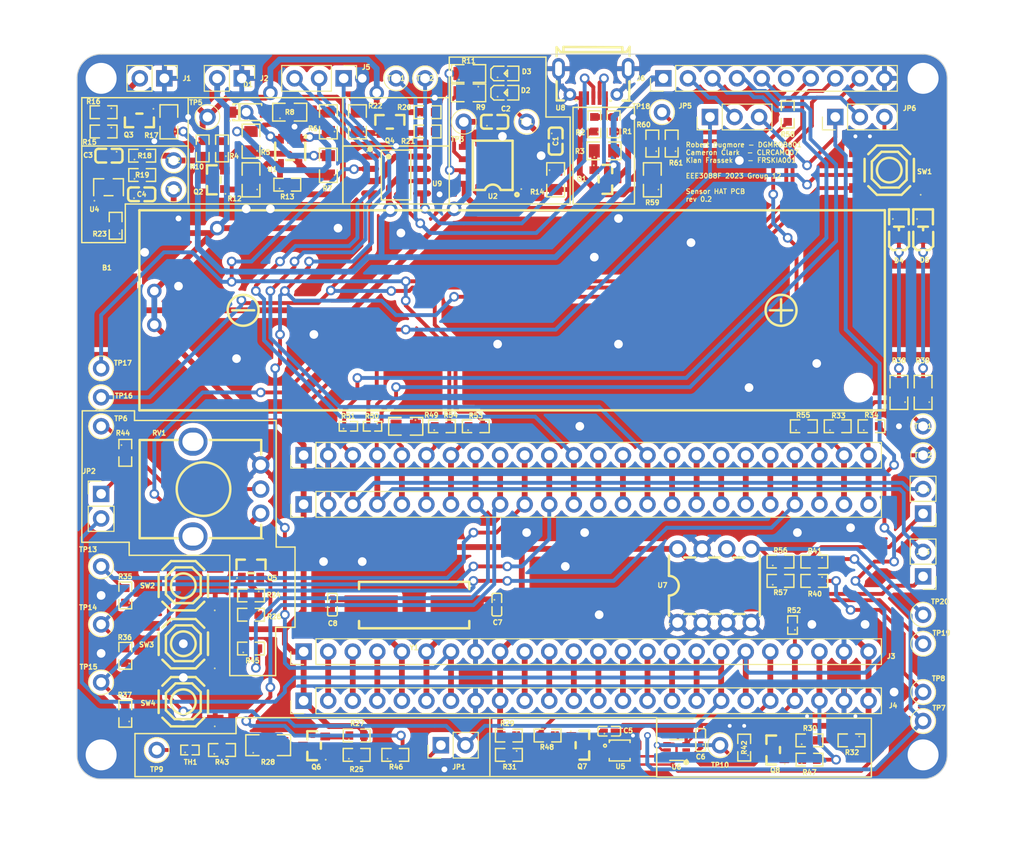
<source format=kicad_pcb>
(kicad_pcb (version 20221018) (generator pcbnew)
  (title_block (title "Sensor HAT PCB") (date "2023-04-02") (rev "0.2"))
  (layers (0 "F.Cu" signal) (31 "B.Cu" signal) (34 "B.Paste" user) (35 "F.Paste" user) (36 "B.SilkS" user "B.Silkscreen") (37 "F.SilkS" user "F.Silkscreen") (38 "B.Mask" user) (39 "F.Mask" user) (44 "Edge.Cuts" user))
  (net 0 "")
  (net 1 "GND")
  (net 2 "/Power/Plug_Detect_5V")
  (net 3 "Net-(J1-Pin_2)")
  (net 4 "Net-(U4-VO)")
  (net 5 "Net-(D1-Pad2)")
  (net 6 "Net-(U1--)")
  (net 7 "Net-(D2-K)")
  (net 8 "Net-(D3-K)")
  (net 9 "Net-(D4-A)")
  (net 10 "Net-(D5-A)")
  (net 11 "+3V3")
  (net 12 "/Microcontroller/uc2")
  (net 13 "/Microcontroller/uc3")
  (net 14 "/Microcontroller/uc4")
  (net 15 "/Microcontroller/OSC_OUT")
  (net 16 "/Microcontroller/OSC_IN")
  (net 17 "/Microcontroller/NSRT")
  (net 18 "/Microcontroller/uc10")
  (net 19 "/Microcontroller/uc11")
  (net 20 "/Microcontroller/uc12")
  (net 21 "/Microcontroller/uc13")
  (net 22 "/Microcontroller/uc14")
  (net 23 "/Microcontroller/LED1")
  (net 24 "/Microcontroller/LED2")
  (net 25 "/Microcontroller/uc17")
  (net 26 "/Microcontroller/THM_uc")
  (net 27 "/Microcontroller/POT_uc")
  (net 28 "/Microcontroller/POT_P")
  (net 29 "/Microcontroller/Plg_Dtct")
  (net 30 "/Microcontroller/uc15")
  (net 31 "/Microcontroller/INT")
  (net 32 "/Microcontroller/SW1")
  (net 33 "/Microcontroller/SW2")
  (net 34 "/Microcontroller/SW3")
  (net 35 "/Microcontroller/uc16")
  (net 36 "/Microcontroller/uc31")
  (net 37 "/Microcontroller/uc32")
  (net 38 "/Microcontroller/uc33")
  (net 39 "/Microcontroller/SWDIO")
  (net 40 "/Microcontroller/uc35")
  (net 41 "/Microcontroller/uc36")
  (net 42 "/Microcontroller/SWCLK")
  (net 43 "/Microcontroller/THM_P")
  (net 44 "/Microcontroller/Lght_P")
  (net 45 "/Microcontroller/TeHu_P")
  (net 46 "/Microcontroller/Tx")
  (net 47 "/Microcontroller/Rx")
  (net 48 "/Microcontroller/BOOT0")
  (net 49 "/Microcontroller/SCL_uc")
  (net 50 "/Microcontroller/SDA_uc")
  (net 51 "+5V")
  (net 52 "/USB/Main_Analogue_Data_Read")
  (net 53 "/USB/Secondary_Analogue_Data_Read")
  (net 55 "/Microcontroller/Plug_Detect")
  (net 56 "/Microcontroller/THM")
  (net 57 "/Microcontroller/POT")
  (net 58 "/Microcontroller/SCL")
  (net 59 "/Microcontroller/SDA")
  (net 60 "Net-(Q1-D)")
  (net 61 "Net-(Q1-G)")
  (net 62 "/Power/3.3V UVLO{slash}polarity protector")
  (net 63 "Net-(Q2-G)")
  (net 64 "/Power/polarity protected battery voltage")
  (net 65 "Net-(Q3-D)")
  (net 66 "Net-(Q3-G)")
  (net 67 "Net-(Q4-D)")
  (net 68 "Net-(Q4-G)")
  (net 69 "Net-(Q5-S)")
  (net 70 "Net-(Q5-D)")
  (net 71 "/Microcontroller/Potentiometer_powerenable")
  (net 72 "Net-(Q6-S)")
  (net 73 "Net-(Q6-D)")
  (net 74 "/Microcontroller/Thermistor_powerenable")
  (net 75 "Net-(Q7-S)")
  (net 76 "/Microcontroller/TemperatureHumidity_powerenable")
  (net 77 "Net-(Q8-S)")
  (net 78 "/Microcontroller/Light_powerenable")
  (net 79 "Net-(U1-+)")
  (net 80 "Net-(U2-STDBY#)")
  (net 81 "Net-(U2-CHRG)")
  (net 82 "Net-(R12-Pad2)")
  (net 83 "Net-(U2-PROG)")
  (net 84 "/Microcontroller/Thermistor_signal")
  (net 85 "Net-(R33-Pad2)")
  (net 86 "Net-(R34-Pad2)")
  (net 87 "Net-(R35-Pad1)")
  (net 88 "Net-(R36-Pad1)")
  (net 89 "Net-(R37-Pad1)")
  (net 90 "/Sensors/Light_SCL")
  (net 91 "/Sensors/Light_SDA")
  (net 92 "/Sensors/Light_interrupt")
  (net 93 "/Microcontroller/Potentiometer_signal")
  (net 94 "Net-(U7-SDA)")
  (net 95 "Net-(U7-SCL)")
  (net 96 "Net-(J6-Pin_7)")
  (net 97 "Net-(U8-D-)")
  (net 98 "Net-(U8-D+)")
  (net 103 "Net-(R59-Pad2)")
  (net 104 "/Microcontroller/Tx_uc")
  (net 105 "/Microcontroller/Rx_uc")
  (net 106 "Net-(#FLG03-pwr)")
  (net 107 "Net-(Q7-D)")
  (net 108 "Net-(Q8-D)")
  (net 109 "Net-(#FLG05-pwr)")
  (net 110 "/Microcontroller/uc29")
  (net 111 "/Microcontroller/uc30")
  (net 112 "Net-(#FLG06-pwr)")
  (net 113 "Net-(#FLG01-pwr)")
  (net 114 "Net-(B1-+)")
  (footprint "CustomFootprints:STM32F051C6_female_header" (layer "F.Cu") (at 130.98 79.2 90)
    (fp_text reference "J3")
    (fp_text value "STM32F051C6_female_header")
  )
  (footprint "JLCPartFootprints:R0402" (layer "F.Cu") (at 179 84.067183 90)
    (fp_text reference "R52")
    (fp_text value "8.2k")
  )
  (footprint "JLCPartFootprints:R0603" (layer "F.Cu") (at 149.666634 97.5 180)
    (fp_text reference "R31")
    (fp_text value "0")
  )
  (footprint "JLCPartFootprints:R0603" (layer "F.Cu") (at 123 86.5)
    (fp_text reference "R45")
    (fp_text value "0")
  )
  (footprint "CustomFootprints:Testpoint" (layer "F.Cu") (at 118.5 31.5)
    (fp_text reference "TP5")
    (fp_text value "reverse polarity ")
  )
  (footprint "JLCPartFootprints:R0805" (layer "F.Cu") (at 192.5 60 90)
    (fp_text reference "R39")
    (fp_text value "1.2k")
  )
  (footprint "JLCPartFootprints:R0805" (layer "F.Cu") (at 131 32 90)
    (fp_text reference "R6")
    (fp_text value "2M")
  )
  (footprint "CustomFootprints:Testpoint" (layer "F.Cu") (at 107.5 84)
    (fp_text reference "TP14")
    (fp_text value "Switch 2")
  )
  (footprint "JLCPartFootprints:R0603" (layer "F.Cu") (at 181.253366 79.5 180)
    (fp_text reference "R40")
    (fp_text value "0")
  )
  (footprint "CustomFootprints:Testpoint" (layer "F.Cu") (at 107.5 78)
    (fp_text reference "TP13")
    (fp_text value "Switch 1")
  )
  (footprint "JLCPartFootprints:R0805" (layer "F.Cu") (at 145.5 27)
    (fp_text reference "R11")
    (fp_text value "1.2k")
  )
  (footprint "JLCPartFootprints:LED0805-R-RD" (layer "F.Cu") (at 192.5 43.050292 90)
    (fp_text reference "D5")
    (fp_text value "LED_white")
  )
  (footprint "CustomFootprints:Testpoint" (layer "F.Cu") (at 107.5 90)
    (fp_text reference "TP15")
    (fp_text value "Switch 3")
  )
  (footprint "JLCPartFootprints:R0402" (layer "F.Cu") (at 135.567183 63.5 180)
    (fp_text reference "R50")
    (fp_text value "3.9k")
  )
  (footprint "JLCPartFootprints:R0805" (layer "F.Cu") (at 164.5 38 90)
    (fp_text reference "R59")
    (fp_text value "10k")
  )
  (footprint "JLCPartFootprints:R0603" (layer "F.Cu") (at 111.746634 35.5)
    (fp_text reference "R18")
    (fp_text value "0")
  )
  (footprint "CustomFootprints:Testpoint" (layer "F.Cu") (at 138 27.5)
    (fp_text reference "TP21")
    (fp_text value "USB D-")
  )
  (footprint "JLCPartFootprints:R0603" (layer "F.Cu") (at 153.666634 95.5 180)
    (fp_text reference "R48")
    (fp_text value "0")
  )
  (footprint "CustomFootprints:Testpoint" (layer "F.Cu") (at 192.5 94)
    (fp_text reference "TP7")
    (fp_text value "Sensors SDA")
  )
  (footprint "Connector_PinHeader_2.54mm:PinHeader_1x02_P2.54mm_Vertical" (layer "F.Cu") (at 114.04 27.5 -90)
    (fp_text reference "J1")
    (fp_text value "01x02_male_header")
  )
  (footprint "JLCPartFootprints:SOD-123_L2.8-W1.8-LS3.7-RD" (layer "F.Cu") (at 122.692405 31)
    (fp_text reference "D1")
    (fp_text value "zener diode")
  )
  (footprint "JLCPartFootprints:RES-ADJ-TH_RK09K1130AJ3" (layer "F.Cu") (at 120.5 70 90)
    (fp_text reference "RV1")
    (fp_text value "R_Potentiometer")
  )
  (footprint "CustomFootprints:Testpoint" (layer "F.Cu") (at 151.5 32)
    (fp_text reference "TP1")
    (fp_text value "5v")
  )
  (footprint "JLCPartFootprints:R0603" (layer "F.Cu") (at 133.92 95.5)
    (fp_text reference "R27")
    (fp_text value "0")
  )
  (footprint "JLCPartFootprints:SOT-363_L2.0-W1.3-P0.65-LS2.1-BL" (layer "F.Cu") (at 167.010008 97 90)
    (fp_text reference "U6")
    (fp_text value "LTR-303ALS-01")
  )
  (footprint "JLCPartFootprints:R0603" (layer "F.Cu") (at 110 93.246634 90)
    (fp_text reference "R37")
    (fp_text value "0")
  )
  (footprint "Connector_PinHeader_2.54mm:PinHeader_1x02_P2.54mm_Vertical" (layer "F.Cu") (at 192.5 72.54 180)
    (fp_text reference "JP4")
    (fp_text value "01x02_male_header_jumper")
  )
  (footprint "JLCPartFootprints:R0603" (layer "F.Cu") (at 137.92 97.5)
    (fp_text reference "R46")
    (fp_text value "0")
  )
  (footprint "JLCPartFootprints:R0603" (layer "F.Cu") (at 185.096621 96 180)
    (fp_text reference "R32")
    (fp_text value "0")
  )
  (footprint "JLCPartFootprints:LED0603-RD" (layer "F.Cu") (at 149.299467 28.996571)
    (fp_text reference "D2")
    (fp_text value "LED_green")
  )
  (footprint "JLCPartFootprints:R0603" (layer "F.Cu") (at 158.5 32.246634 90)
    (fp_text reference "R2")
    (fp_text value "0")
  )
  (footprint "JLCPartFootprints:SW-SMD_4P-L5.1-W5.1-P3.70-LS6.5-TL-2" (layer "F.Cu") (at 189 37 180)
    (fp_text reference "SW1")
    (fp_text value "Reset switch")
  )
  (footprint "JLCPartFootprints:ESOP-8_L4.9-W3.9-P1.27-LS6.0-BL-EP" (layer "F.Cu") (at 148 36.5 90)
    (fp_text reference "U2")
    (fp_text value "Battery Charger")
  )
  (footprint "JLCPartFootprints:R0603" (layer "F.Cu") (at 107.753366 31 180)
    (fp_text reference "R16")
    (fp_text value "0")
  )
  (footprint "CustomFootprints:Testpoint" (layer "F.Cu") (at 192.5 83)
    (fp_text reference "TP20")
    (fp_text value "EEPROM SCL")
  )
  (footprint "JLCPartFootprints:R0603" (layer "F.Cu") (at 177.753366 77.5)
    (fp_text reference "R56")
    (fp_text value "0")
  )
  (footprint "Connector_PinHeader_2.54mm:PinHeader_1x02_P2.54mm_Vertical" (layer "F.Cu") (at 192.5 79.04 180)
    (fp_text reference "JP3")
    (fp_text value "01x02_male_header_jumper")
  )
  (footprint "JLCPartFootprints:R0603" (layer "F.Cu") (at 180.746634 96)
    (fp_text reference "R30")
    (fp_text value "0")
  )
  (footprint "JLCPartFootprints:R0603" (layer "F.Cu") (at 180.166634 63.5)
    (fp_text reference "R55")
    (fp_text value "0")
  )
  (footprint "JLCPartFootprints:R0603" (layer "F.Cu") (at 146.246634 63.5)
    (fp_text reference "R53")
    (fp_text value "0")
  )
  (footprint "JLCPartFootprints:R0603" (layer "F.Cu") (at 120 97)
    (fp_text reference "R43")
    (fp_text value "0")
  )
  (footprint "JLCPartFootprints:SOT-23_L2.9-W1.3-P1.90-LS2.4-BR" (layer "F.Cu") (at 137.356719 31.999949 -90)
    (fp_text reference "Q4")
    (fp_text value "AO3401A")
  )
  (footprint "JLCPartFootprints:R0603" (layer "F.Cu") (at 181.253366 77.5 180)
    (fp_text reference "R41")
    (fp_text value "0")
  )
  (footprint "JLCPartFootprints:R0603" (layer "F.Cu") (at 160.5 32.253366 90)
    (fp_text reference "R1")
    (fp_text value "0")
  )
  (footprint "JLCPartFootprints:R0805" (layer "F.Cu") (at 145.5 29 180)
    (fp_text reference "R9")
    (fp_text value "1.2k")
  )
  (footprint "JLCPartFootprints:R0603" (layer "F.Cu") (at 187.166634 63.5)
    (fp_text reference "R34")
    (fp_text value "0")
  )
  (footprint "CustomFootprints:Testpoint" (layer "F.Cu") (at 192.5 91)
    (fp_text reference "TP8")
    (fp_text value "Sensors SCL")
  )
  (footprint "JLCPartFootprints:R0603" (layer "F.Cu") (at 126.753366 38.5)
    (fp_text reference "R13")
    (fp_text value "3M")
  )
  (footprint "CustomFootprints:Testpoint" (layer "F.Cu") (at 107.5 63.5)
    (fp_text reference "TP6")
    (fp_text value "Pot ADC")
  )
  (footprint "JLCPartFootprints:R0805" (layer "F.Cu") (at 123 34 90)
    (fp_text reference "R5")
    (fp_text value "1M")
  )
  (footprint "JLCPartFootprints:R0603" (layer "F.Cu") (at 123 81 180)
    (fp_text reference "R24")
    (fp_text value "0")
  )
  (footprint "JLCPartFootprints:R0603" (layer "F.Cu") (at 111.746634 37.5)
    (fp_text reference "R19")
    (fp_text value "0")
  )
  (footprint "JLCPartFootprints:SOT-23_L2.9-W1.3-P1.90-LS2.4-BR" (layer "F.Cu") (at 123 78 -90)
    (fp_text reference "Q5")
    (fp_text value "AO3401A")
  )
  (footprint "JLCPartFootprints:DFN-6_L2.0-W2.0-P0.50-BL-EP" (layer "F.Cu") (at 161.119974 97.049936 -90)
    (fp_text reference "U5")
    (fp_text value "GXHTC3")
  )
  (footprint "JLCPartFootprints:SW-SMD_4P-L5.1-W5.1-P3.70-LS6.5-TL-2" (layer "F.Cu") (at 116 92 180)
    (fp_text reference "SW4")
    (fp_text value "Switch")
  )
  (footprint "JLCPartFootprints:R0603" (layer "F.Cu") (at 142.746634 63.5)
    (fp_text reference "R54")
    (fp_text value "0")
  )
  (footprint "JLCPartFootprints:R0402" (layer "F.Cu") (at 116.686183 97)
    (fp_text reference "TH1")
    (fp_text value "Thermistor")
  )
  (footprint "JLCPartFootprints:C0603" (layer "F.Cu") (at 148.200025 32)
    (fp_text reference "C2")
    (fp_text value "10u")
  )
  (footprint "CustomFootprints:Testpoint" (layer "F.Cu") (at 171.5 96.5)
    (fp_text reference "TP10")
    (fp_text value "Light Interrupt")
  )
  (footprint "JLCPartFootprints:R0603" (layer "F.Cu") (at 178.5 31.246634 -90)
    (fp_text reference "R58")
    (fp_text value "0")
  )
  (footprint "JLCPartFootprints:R0402" (layer "F.Cu") (at 133.067183 63.5)
    (fp_text reference "R51")
    (fp_text value "3.9k")
  )
  (footprint "JLCPartFootprints:R0603" (layer "F.Cu") (at 120 34.753366 90)
    (fp_text reference "R4")
    (fp_text value "0")
  )
  (footprint "JLCPartFootprints:C0402" (layer "F.Cu") (at 131.42 81.954915 -90)
    (fp_text reference "C8")
    (fp_text value "33pF")
  )
  (footprint "CustomFootprints:Testpoint" (layer "F.Cu") (at 115 39)
    (fp_text reference "TP4")
    (fp_text value "3.3v out")
  )
  (footprint "JLCPartFootprints:R0805" (layer "F.Cu") (at 127 31)
    (fp_text reference "R8")
    (fp_text value "10k")
  )
  (footprint "JLCPartFootprints:R0603" (layer "F.Cu") (at 164.5 34.246634 90)
    (fp_text reference "R60")
    (fp_text value "20k")
  )
  (footprint "JLCPartFootprints:SOT-23_L2.9-W1.3-P1.90-LS2.4-BR" (layer "F.Cu") (at 159.650013 37.950013 180)
    (fp_text reference "Q1")
    (fp_text value "AO3401A")
  )
  (footprint "JLCPartFootprints:R1206" (layer "F.Cu") (at 124.774575 96.5)
    (fp_text reference "R28")
    (fp_text value "100k")
  )
  (footprint "Connector_PinHeader_2.54mm:PinHeader_1x02_P2.54mm_Vertical" (layer "F.Cu") (at 107.5 70.5)
    (fp_text reference "JP2")
    (fp_text value "01x02_male_header_jumper")
  )
  (footprint "JLCPartFootprints:R0603" (layer "F.Cu") (at 180.753366 98)
    (fp_text reference "R47")
    (fp_text value "0")
  )
  (footprint "JLCPartFootprints:R0603" (layer "F.Cu") (at 110 87.246634 90)
    (fp_text reference "R36")
    (fp_text value "0")
  )
  (footprint "Connector_PinHeader_2.54mm:PinHeader_1x03_P2.54mm_Vertical" (layer "F.Cu") (at 132.58 27.5 -90)
    (fp_text reference "J5")
    (fp_text value "STM-link_debugger")
  )
  (footprint "JLCPartFootprints:R0603" (layer "F.Cu") (at 133.92 97.5)
    (fp_text reference "R25")
    (fp_text value "0")
  )
  (footprint "Connector_PinHeader_2.54mm:PinHeader_1x03_P2.54mm_Vertical" (layer "F.Cu") (at 183.42 31.5 90)
    (fp_text reference "JP6")
    (fp_text value "01x03_male_header_jumper")
  )
  (footprint "CustomFootprints:STM32F051C6_testpoints" (layer "F.Cu") (at 130.98 79.2 90)
    (fp_text reference "J4")
    (fp_text value "STM32F051C6_testpoints")
  )
  (footprint "CustomFootprints:Testpoint" (layer "F.Cu") (at 192.5 63.5)
    (fp_text reference "TP11")
    (fp_text value "LED 1")
  )
  (footprint "JLCPartFootprints:SW-SMD_4P-L5.1-W5.1-P3.70-LS6.5-TL-2" (layer "F.Cu") (at 116 80 180)
    (fp_text reference "SW2")
    (fp_text value "Switch")
  )
  (footprint "JLCPartFootprints:R0603" (layer "F.Cu") (at 177.753366 79.5)
    (fp_text reference "R57")
    (fp_text value "0")
  )
  (footprint "JLCPartFootprints:LED0603-RD" (layer "F.Cu") (at 149.299467 26.996571)
    (fp_text reference "D3")
    (fp_text value "LED_red")
  )
  (footprint "JLCPartFootprints:C0402" (layer "F.Cu") (at 148.42 81.954915 -90)
    (fp_text reference "C7")
    (fp_text value "33pF")
  )
  (footprint "JLCPartFootprints:R0603" (layer "F.Cu") (at 183.666634 63.5)
    (fp_text reference "R33")
    (fp_text value "0")
  )
  (footprint "JLCPartFootprints:R0805" (layer "F.Cu") (at 159.5 35)
    (fp_text reference "R3")
    (fp_text value "1.2k")
  )
  (footprint "JLCPartFootprints:R0603" (layer "F.Cu") (at 109 42.753366 90)
    (fp_text reference "R23")
    (fp_text value "0")
  )
  (footprint "JLCPartFootprints:R0805" (layer "F.Cu") (at 190 60 90)
    (fp_text reference "R38")
    (fp_text value "1.2k")
  )
  (footprint "JLCPartFootprints:SOT-23_L2.9-W1.3-P1.90-LS2.4-BR" (layer "F.Cu") (at 129.523353 96.549987)
    (fp_text reference "Q6")
    (fp_text value "AO3401A")
  )
  (footprint "JLCPartFootprints:C0603" (layer "F.Cu") (at 111.700025 39.5)
    (fp_text reference "C4")
    (fp_text value "10u")
  )
  (footprint "JLCPartFootprints:R0805" (layer "F.Cu") (at 131 36.5 90)
    (fp_text reference "R7")
    (fp_text value "27.5k")
  )
  (footprint "JLCPartFootprints:CRYSTAL-SMD_L11.5-W4.8-LS12.7" (layer "F.Cu") (at 139.870089 82 180)
    (fp_text reference "Y1")
    (fp_text value "Crystal")
  )
  (footprint "CustomFootprints:Testpoint" (layer "F.Cu") (at 141 27.5)
    (fp_text reference "TP22")
    (fp_text value "USB D+")
  )
  (footprint "CustomFootprints:Testpoint" (layer "F.Cu") (at 107.5 60.5)
    (fp_text reference "TP16")
    (fp_text value "uc Tx")
  )
  (footprint "JLCPartFootprints:BATTERY-SMD_18650-1S-L77.1-W20.7-1" (layer "F.Cu") (at 150 51.5 -90)
    (fp_text reference "B1")
    (fp_text value "battery holder")
  )
  (footprint "JLCPartFootprints:R0603" (layer "F.Cu") (at 141.253366 33)
    (fp_text reference "R21")
    (fp_text value "0")
  )
  (footprint "JLCPartFootprints:SOT-23_L2.9-W1.3-P1.90-LS2.4-BR" (layer "F.Cu") (at 177 97.000051)
    (fp_text reference "Q8")
    (fp_text value "AO3401A")
  )
  (footprint "JLCPartFootprints:C0402" (layer "F.Cu") (at 169.5 95.954915 90)
    (fp_text reference "C6")
    (fp_text value "1u")
  )
  (footprint "JLCPartFootprints:SOT-23_L2.9-W1.3-P1.90-LS2.4-BR" (layer "F.Cu") (at 157.269987 96.499949 180)
    (fp_text reference "Q7")
    (fp_text value "AO3401A")
  )
  (footprint "JLCPartFootprints:R0805" (layer "F.Cu") (at 123 38 90)
    (fp_text reference "R12")
    (fp_text value "1M")
  )
  (footprint "JLCPartFootprints:SW-SMD_4P-L5.1-W5.1-P3.70-LS6.5-TL-2" (layer "F.Cu") (at 116 86 180)
    (fp_text reference "SW3")
    (fp_text value "Switch")
  )
  (footprint "JLCPartFootprints:R0603" (layer "F.Cu") (at 107.753366 33 180)
    (fp_text reference "R15")
    (fp_text value "0")
  )
  (footprint "JLCPartFootprints:R0805" (layer "F.Cu") (at 139 63.5 180)
    (fp_text reference "R49")
    (fp_text value "10k")
  )
  (footprint "JLCPartFootprints:MICRO-USB-SMD_MICROXNJ" (layer "F.Cu") (at 158.400051 28.021336 180)
    (fp_text reference "U8")
    (fp_text value "usb")
  )
  (footprint "JLCPartFootprints:C0603" (layer "F.Cu") (at 154.5 34 -90)
    (fp_text reference "C1")
    (fp_text value "10u")
  )
  (footprint "CustomFootprints:Testpoint" (layer "F.Cu") (at 192.5 86)
    (fp_text reference "TP19")
    (fp_text value "EEPROM SDA")
  )
  (footprint "JLCPartFootprints:C0402" (layer "F.Cu") (at 160.045085 95.049936)
    (fp_text reference "C5")
    (fp_text value "100n")
  )
  (footprint "JLCPartFootprints:R0603" (layer "F.Cu") (at 123 83 180)
    (fp_text reference "R26")
    (fp_text value "0")
  )
  (footprint "JLCPartFootprints:SOT-23-5_L3.0-W1.7-P0.95-LS2.8-BR" (layer "F.Cu") (at 127.050038 35.050038 90)
    (fp_text reference "U1")
    (fp_text value "LMV321IDBVR")
  )
  (footprint "CustomFootprints:Testpoint" (layer "F.Cu") (at 145 32)
    (fp_text reference "TP3")
    (fp_text value "battery charger")
  )
  (footprint "JLCPartFootprints:SOT-23_L2.9-W1.3-P1.90-LS2.4-BR" (layer "F.Cu") (at 111.456745 31.849987 90)
    (fp_text reference "Q3")
    (fp_text value "AO3401A")
  )
  (footprint "JLCPartFootprints:R0805" (layer "F.Cu") (at 154.5 38 -90)
    (fp_text reference "R14")
    (fp_text value "1.2k")
  )
  (footprint "JLCPartFootprints:SOP-8_L4.9-W3.9-P1.27-LS6.0-BL" (layer "F.Cu") (at 138 37.5 -90)
    (fp_text reference "U9")
    (fp_text value "HT42B534-2")
  )
  (footprint "Connector_PinHeader_2.54mm:PinHeader_1x02_P2.54mm_Vertical" (layer "F.Cu") (at 122.04 27.5 -90)
    (fp_text reference "J2")
    (fp_text value "01x02_male_header")
  )
  (footprint "JLCPartFootprints:C0603" (layer "F.Cu") (at 108.299975 35.5 180)
    (fp_text reference "C3")
    (fp_text value "10u")
  )
  (footprint "JLCPartFootprints:R0603" (layer "F.Cu") (at 110 81 90)
    (fp_text reference "R35")
    (fp_text value "0")
  )
  (footprint "Connector_PinHeader_2.54mm:PinHeader_1x10_P2.54mm_Vertical" (layer "F.Cu") (at 165.64 27.5 90)
    (fp_text reference "J6")
    (fp_text value "01x10_male_header")
  )
  (footprint "CustomFootprints:Testpoint" (layer "F.Cu") (at 165.5 31)
    (fp_text reference "TP18")
    (fp_text value "Plug Detect")
  )
  (footprint "Connector_PinHeader_2.54mm:PinHeader_1x03_P2.54mm_Vertical" (layer "F.Cu") (at 170.46 31.5 90)
    (fp_text reference "JP5")
    (fp_text value "01x03_male_header_jumper")
  )
  (footprint "JLCPartFootprints:R0603" (layer "F.Cu") (at 149.666634 95.5 180)
    (fp_text reference "R29")
    (fp_text value "0")
  )
  (footprint "JLCPartFootprints:R0603" (layer "F.Cu") (at 141.253366 31)
    (fp_text reference "R20")
    (fp_text value "0")
  )
  (footprint "CustomFootprints:Testpoint" (layer "F.Cu") (at 107.5 57.5)
    (fp_text reference "TP17")
    (fp_text value "uc Rx")
  )
  (footprint "JLCPartFootprints:R0603" (layer "F.Cu") (at 110 66.246634 -90)
    (fp_text reference "R44")
    (fp_text value "0")
  )
  (footprint "JLCPartFootprints:LED0805-R-RD" (layer "F.Cu") (at 190 43.050292 90)
    (fp_text reference "D4")
    (fp_text value "LED_white")
  )
  (footprint "JLCPartFootprints:PDIP-8_L9.3-W6.4-P2.54-LS7.6-BL" (layer "F.Cu") (at 170.92 80)
    (fp_text reference "U7")
    (fp_text value "24LC256")
  )
  (footprint "Connector_PinHeader_2.54mm:PinHeader_1x02_P2.54mm_Vertical" (layer "F.Cu") (at 142.633366 96.5 90)
    (fp_text reference "JP1")
    (fp_text value "01x02_male_header_jumper")
  )
  (footprint "JLCPartFootprints:R0603" (layer "F.Cu") (at 118 34.753366 -90)
    (fp_text reference "R10")
    (fp_text value "0")
  )
  (footprint "JLCPartFootprints:R0805" (layer "F.Cu") (at 114.506732 32 90)
    (fp_text reference "R17")
    (fp_text value "1.2k")
  )
  (footprint "JLCPartFootprints:SOT-23_L2.9-W1.3-P1.90-LS2.4-BR" (layer "F.Cu") (at 119.150013 38.000051)
    (fp_text reference "Q2")
    (fp_text value "AO3401A")
  )
  (footprint "JLCPartFootprints:R0805" (layer "F.Cu") (at 134.006732 32 90)
    (fp_text reference "R22")
    (fp_text value "1.2k")
  )
  (footprint "JLCPartFootprints:R0603" (layer "F.Cu") (at 166.5 34.246634 90)
    (fp_text reference "R61")
    (fp_text value "0")
  )
  (footprint "CustomFootprints:Testpoint" (layer "F.Cu") (at 115 36)
    (fp_text reference "TP2")
    (fp_text value "UVLO")
  )
  (footprint "JLCPartFootprints:SOT-23-3_L2.9-W1.6-P1.90-LS2.8-BR" (layer "F.Cu") (at 108.264923 38.764923 -90)
    (fp_text reference "U4")
    (fp_text value "XC6206PxxxMR")
  )
  (footprint "CustomFootprints:Testpoint" (layer "F.Cu") (at 192.5 66.5)
    (fp_text reference "TP12")
    (fp_text value "LED 2")
  )
  (footprint "CustomFootprints:Testpoint" (layer "F.Cu") (at 113.253366 97)
    (fp_text reference "TP9")
    (fp_text value "Therm ADC")
  )
  (footprint "JLCPartFootprints:R0603" (layer "F.Cu") (at 174 96.746634 90)
    (fp_text reference "R42")
    (fp_text value "0")
  )
  (gr_line (start 125.55 84.3) (end 127.55 84.3) (stroke (width 0.15)) (layer "F.SilkS"))
  (gr_line (start 105.5 34.5) (end 105.5 44.5) (stroke (width 0.15)) (layer "F.SilkS"))
  (gr_line (start 116.5 34.5) (end 116.5 40.5) (stroke (width 0.15)) (layer "F.SilkS"))
  (gr_line (start 125.55 89.3) (end 125.55 84.3) (stroke (width 0.15)) (layer "F.SilkS"))
  (gr_line (start 105.5 75.5) (end 110.4 75.5) (stroke (width 0.15)) (layer "F.SilkS"))
  (gr_line (start 153.5 31.5) (end 156 31.5) (stroke (width 0.15)) (layer "F.SilkS"))
  (gr_line (start 156 31.5) (end 156 40.5) (stroke (width 0.15)) (layer "F.SilkS"))
  (gr_line (start 110 40.5) (end 110 44.5) (stroke (width 0.15)) (layer "F.SilkS"))
  (gr_line (start 143.5 40.5) (end 143.5 25.3) (stroke (width 0.15)) (layer "F.SilkS"))
  (gr_line (start 121.45 95.3) (end 111 95.3) (stroke (width 0.15)) (layer "F.SilkS"))
  (gr_line (start 111 99.75) (end 147.7 99.75) (stroke (width 0.15)) (layer "F.SilkS"))
  (gr_line (start 127.55 76) (end 125.6 76) (stroke (width 0.15)) (layer "F.SilkS"))
  (gr_line (start 105.5 44.5) (end 106.5 44.5) (stroke (width 0.15)) (layer "F.SilkS"))
  (gr_line (start 121.45 93.65) (end 121.45 95.3) (stroke (width 0.15)) (layer "F.SilkS"))
  (gr_line (start 110.4 75.5) (end 110.4 76.85) (stroke (width 0.15)) (layer "F.SilkS"))
  (gr_line (start 110.4 76.85) (end 120.8 76.85) (stroke (width 0.15)) (layer "F.SilkS"))
  (gr_line (start 110 44.5) (end 106.5 44.5) (stroke (width 0.15)) (layer "F.SilkS"))
  (gr_line (start 125.6 62.9) (end 110.95 62.9) (stroke (width 0.15)) (layer "F.SilkS"))
  (gr_line (start 147.7 93.65) (end 121.45 93.65) (stroke (width 0.15)) (layer "F.SilkS"))
  (gr_rect (start 147.7 93.65) (end 164.95 99.75) (stroke (width 0.15)) (fill none) (layer "F.SilkS"))
  (gr_rect (start 132.5 34.5) (end 143.5 40.5) (stroke (width 0.15)) (fill none) (layer "F.SilkS"))
  (gr_line (start 111 95.3) (end 111 99.75) (stroke (width 0.15)) (layer "F.SilkS"))
  (gr_line (start 156 40.5) (end 143.5 40.5) (stroke (width 0.15)) (layer "F.SilkS"))
  (gr_line (start 120.8 76.85) (end 120.8 89.3) (stroke (width 0.15)) (layer "F.SilkS"))
  (gr_rect (start 132.5 29.5) (end 143.5 34.5) (stroke (width 0.15)) (fill none) (layer "F.SilkS"))
  (gr_line (start 125.6 76) (end 125.6 62.9) (stroke (width 0.15)) (layer "F.SilkS"))
  (gr_line (start 127.55 84.3) (end 127.55 76) (stroke (width 0.15)) (layer "F.SilkS"))
  (gr_line (start 110.95 62.9) (end 110.95 61.9) (stroke (width 0.15)) (layer "F.SilkS"))
  (gr_line (start 120.8 89.3) (end 125.55 89.3) (stroke (width 0.15)) (layer "F.SilkS"))
  (gr_line (start 132.5 40.5) (end 132.5 34.5) (stroke (width 0.15)) (layer "F.SilkS"))
  (gr_rect (start 164.95 93.7) (end 187.15 99.8) (stroke (width 0.15)) (fill none) (layer "F.SilkS"))
  (gr_line (start 110.95 61.9) (end 105.55 61.9) (stroke (width 0.15)) (layer "F.SilkS"))
  (gr_rect (start 156.3 30.5) (end 162.65 40.5) (stroke (width 0.15)) (fill none) (layer "F.SilkS"))
  (gr_line (start 116.5 40.5) (end 132.5 40.5) (stroke (width 0.15)) (layer "F.SilkS"))
  (gr_line (start 153.5 25.3) (end 153.5 31.5) (stroke (width 0.15)) (layer "F.SilkS"))
  (gr_line (start 116.5 40.5) (end 110 40.5) (stroke (width 0.15)) (layer "F.SilkS"))
  (gr_line (start 105.55 61.9) (end 105.5 75.5) (stroke (width 0.15)) (layer "F.SilkS"))
  (gr_line (start 116.5 29.5) (end 132.5 29.5) (stroke (width 0.15)) (layer "F.SilkS"))
  (gr_line (start 143.5 25.3) (end 153.5 25.3) (stroke (width 0.15)) (layer "F.SilkS"))
  (gr_rect (start 105.5 29.5) (end 116.5 34.5) (stroke (width 0.15)) (fill none) (layer "F.SilkS"))
  (gr_arc (start 195 97.5) (mid 194.267767 99.267767) (end 192.5 100) (stroke (width 0.1)) (layer "Edge.Cuts"))
  (gr_arc (start 105 27.5) (mid 105.732233 25.732233) (end 107.5 25) (stroke (width 0.1)) (layer "Edge.Cuts"))
  (gr_arc (start 192.5 25) (mid 194.267767 25.732233) (end 195 27.5) (stroke (width 0.1)) (layer "Edge.Cuts"))
  (gr_line (start 105 97.5) (end 105 27.5) (stroke (width 0.1)) (layer "Edge.Cuts"))
  (gr_line (start 107.5 100) (end 192.5 100) (stroke (width 0.1)) (layer "Edge.Cuts"))
  (gr_arc (start 107.5 100) (mid 105.732233 99.267767) (end 105 97.5) (stroke (width 0.1)) (layer "Edge.Cuts"))
  (gr_line (start 195 27.5) (end 195 97.5) (stroke (width 0.1)) (layer "Edge.Cuts"))
  (gr_line (start 107.5 25) (end 192.5 25) (stroke (width 0.1)) (layer "Edge.Cuts"))
  (gr_text "Robert Dugmore - DGMROB001\nCameron Clark  - CLRCAM007\nKian Frassek    - FRSKIA001\n\nEEE3088F 2023 Group 12 \n\nSensor HAT PCB\nrev 0.2" (at 167.9 40.3) (layer "F.SilkS") (effects (font (size 0.5 0.5) (thickness 0.1) bold) (justify left bottom)))
  (segment (start 168 96.350013) (end 168.940183 95.40983) (width 0.25) (layer "F.Cu") (net 1))
  (segment (start 156.347727 29.542672) (end 155.975108 29.170053) (width 0.4) (layer "F.Cu") (net 1))
  (segment (start 168.940183 95.40983) (end 169.5 95.40983) (width 0.25) (layer "F.Cu") (net 1))
  (segment (start 130.98 66.5) (end 130.98 71.58) (width 0.6) (layer "F.Cu") (net 1))
  (segment (start 162 96.512512) (end 162 96) (width 0.25) (layer "F.Cu") (net 1))
  (segment (start 162 96) (end 161.049936 95.049936) (width 0.25) (layer "F.Cu") (net 1))
  (segment (start 157.100076 29.542672) (end 156.347727 29.542672) (width 0.4) (layer "F.Cu") (net 1))
  (segment (start 155.975108 29.475108) (end 156 29.5) (width 0.4) (layer "F.Cu") (net 1))
  (segment (start 161.049936 95.049936) (end 160.59017 95.049936) (width 0.25) (layer "F.Cu") (net 1))
  (segment (start 162.022292 96.534804) (end 163 96.534804) (width 0.25) (layer "F.Cu") (net 1))
  (segment (start 155.975108 29.170053) (end 155.975108 29.475108) (width 0.4) (layer "F.Cu") (net 1))
  (segment (start 157.100076 29.542672) (end 157.100076 31.399924) (width 0.4) (layer "F.Cu") (net 1))
  (segment (start 184.32 91.9) (end 184.32 86.82) (width 0.6) (layer "F.Cu") (net 1))
  (via (at 192.5 97.5) (size 3.6) (drill 3.2) (layers "F.Cu" "B.Cu") (net 1))
  (via (at 132 43) (size 1.5) (drill 0.9) (layers "F.Cu" "B.Cu") (net 1))
  (via (at 162.5 31.5) (size 1) (drill 0.6) (layers "F.Cu" "B.Cu") (net 1))
  (via (at 153 35.5) (size 1.5) (drill 0.9) (layers "F.Cu" "B.Cu") (net 1))
  (via (at 155.5 78) (size 1.5) (drill 0.9) (layers "F.Cu" "B.Cu") (net 1))
  (via (at 115.5 49) (size 1.5) (drill 0.9) (layers "F.Cu" "B.Cu") (net 1))
  (via (at 161 55) (size 1.5) (drill 0.9) (layers "F.Cu" "B.Cu") (net 1))
  (via (at 157 63.5) (size 1.5) (drill 0.9) (layers "F.Cu" "B.Cu") (net 1))
  (via (at 113 34) (size 1) (drill 0.6) (layers "F.Cu" "B.Cu") (net 1))
  (via (at 174.5 59.5) (size 1.5) (drill 0.9) (layers "F.Cu" "B.Cu") (net 1))
  (via (at 107.5 27.5) (size 3.6) (drill 3.2) (layers "F.Cu" "B.Cu") (net 1))
  (via (at 158.5 46) (size 1.5) (drill 0.9) (layers "F.Cu" "B.Cu") (net 1))
  (via (at 160.5 36.5) (size 1) (drill 0.6) (layers "F.Cu" "B.Cu") (net 1))
  (via (at 129.5 54) (size 1.5) (drill 0.9) (layers "F.Cu" "B.Cu") (net 1))
  (via (at 138.5 43.5) (size 1.5) (drill 0.9) (layers "F.Cu" "B.Cu") (net 1))
  (via (at 125 41) (size 1.5) (drill 0.9) (layers "F.Cu" "B.Cu") (net 1))
  (via (at 116 86) (size 1.5) (drill 0.9) (layers "F.Cu" "B.Cu") (net 1))
  (via (at 185.5 33.5) (size 0.7) (drill 0.4) (layers "F.Cu" "B.Cu") (net 1))
  (via (at 112 45.5) (size 1.5) (drill 0.9) (layers "F.Cu" "B.Cu") (net 1))
  (via (at 138 34.5) (size 1) (drill 0.6) (layers "F.Cu" "B.Cu") (net 1))
  (via (at 127.5 32.5) (size 1) (drill 0.6) (layers "F.Cu" "B.Cu") (net 1))
  (via (at 179.5 74.5) (size 1.5) (drill 0.9) (layers "F.Cu" "B.Cu") (net 1))
  (via (at 187 33.5) (size 0.7) (drill 0.4) (layers "F.Cu" "B.Cu") (net 1))
  (via (at 116.5 31.5) (size 1) (drill 0.6) (layers "F.Cu" "B.Cu") (net 1))
  (via (at 181.5 57) (size 1.5) (drill 0.9) (layers "F.Cu" "B.Cu") (net 1))
  (via (at 190 63.5) (size 1) (drill 0.6) (layers "F.Cu" "B.Cu") (net 1))
  (via (at 134.5 27.5) (size 1.5) (drill 0.9) (layers "F.Cu" "B.Cu") (net 1))
  (via (at 142.5 39.5) (size 1) (drill 0.6) (layers "F.Cu" "B.Cu") (net 1))
  (via (at 107.5 81) (size 1.5) (drill 0.9) (layers "F.Cu" "B.Cu") (net 1))
  (via (at 149 33.5) (size 1.5) (drill 0.9) (layers "F.Cu" "B.Cu") (net 1))
  (via (at 115.5 42) (size 1) (drill 0.6) (layers "F.Cu" "B.Cu") (net 1))
  (via (at 143 99) (size 1) (drill 0.6) (layers "F.Cu" "B.Cu") (net 1))
  (via (at 130.5 77.5) (size 1.5) (drill 0.9) (layers "F.Cu" "B.Cu") (net 1))
  (via (at 186.5 84) (size 1.5) (drill 0.9) (layers "F.Cu" "B.Cu") (net 1))
  (via (at 180.5 93.5) (size 0.7) (drill 0.4) (layers "F.Cu" "B.Cu") (net 1))
  (via (at 162.5 95.5) (size 0.7) (drill 0.4) (layers "F.Cu" "B.Cu") (net 1))
  (via (at 142 29.5) (size 1) (drill 0.6) (layers "F.Cu" "B.Cu") (net 1))
  (via (at 185 74) (size 1.5) (drill 0.9) (layers "F.Cu" "B.Cu") (net 1))
  (via (at 134.5 77.5) (size 1.5) (drill 0.9) (layers "F.Cu" "B.Cu") (net 1))
  (via (at 116 89.5) (size 1.5) (drill 0.9) (layers "F.Cu" "B.Cu") (net 1))
  (via (at 148.5 55) (size 1.5) (drill 0.9) (layers "F.Cu" "B.Cu") (net 1))
  (via (at 107.5 87) (size 1.5) (drill 0.9) (layers "F.Cu" "B.Cu") (net 1))
  (via (at 107.5 97.5) (size 3.6) (drill 3.2) (layers "F.Cu" "B.Cu") (net 1))
  (via (at 181 84) (size 1.5) (drill 0.9) (layers "F.Cu" "B.Cu") (net 1))
  (via (at 172.5 94.5) (size 0.7) (drill 0.4) (layers "F.Cu" "B.Cu") (net 1))
  (via (at 189.5 91) (size 1.5) (drill 0.9) (layers "F.Cu" "B.Cu") (net 1))
  (via (at 159 83) (size 1.5) (drill 0.9) (layers "F.Cu" "B.Cu") (net 1))
  (via (at 168.5 44.5) (size 1.5) (drill 0.9) (layers "F.Cu" "B.Cu") (net 1))
  (via (at 161 42) (size 1.5) (drill 0.9) (layers "F.Cu" "B.Cu") (net 1))
  (via (at 122.5 41) (size 1.5) (drill 0.9) (layers "F.Cu" "B.Cu") (net 1))
  (via (at 192.5 27.5) (size 3.6) (drill 3.2) (layers "F.Cu" "B.Cu") (net 1))
  (via (at 157.5 74.5) (size 1.5) (drill 0.9) (layers "F.Cu" "B.Cu") (net 1))
  (via (at 121.5 56.5) (size 1.5) (drill 0.9) (layers "F.Cu" "B.Cu") (net 1))
  (via (at 174 94.5) (size 0.7) (drill 0.4) (layers "F.Cu" "B.Cu") (net 1))
  (via (at 185.5 93.5) (size 0.7) (drill 0.4) (layers "F.Cu" "B.Cu") (net 1))
  (via (at 173.5 36) (size 1.5) (drill 0.9) (layers "F.Cu" "B.Cu") (net 1))
  (via (at 151.5 74.5) (size 1.5) (drill 0.9) (layers "F.Cu" "B.Cu") (net 1))
  (segment (start 151.5 32) (end 152.799975 33.299975) (width 0.6) (layer "F.Cu") (net 2))
  (segment (start 142.006732 33) (end 142.006732 33.006732) (width 0.6) (layer "F.Cu") (net 2))
  (segment (start 162 39) (end 164.5 39) (width 0.6) (layer "F.Cu") (net 2))
  (segment (start 146.5 41) (end 156.400026 41) (width 0.6) (layer "F.Cu") (net 2))
  (segment (start 150.098934 28.993142) (end 150.098934 30.598934) (width 0.4) (layer "F.Cu") (net 2))
  (segment (start 154.5 33.299975) (end 152.799975 33.299975) (width 0.6) (layer "F.Cu") (net 2))
  (segment (start 142.006732 33) (end 142.006732 31) (width 0.6) (layer "F.Cu") (net 2))
  (segment (start 161.5 39.5) (end 162 39) (width 0.6) (layer "F.Cu") (net 2))
  (segment (start 156.400026 41) (end 158.5 38.900026) (width 0.6) (layer "F.Cu") (net 2))
  (segment (start 158 33) (end 158.5 33) (width 0.6) (layer "F.Cu") (net 2))
  (segment (start 157 34) (end 157 37.400026) (width 0.6) (layer "F.Cu") (net 2))
  (segment (start 156.299975 33.299975) (end 157 34) (width 0.6) (layer "F.Cu") (net 2))
  (segment (start 145.091694 38.405004) (end 145.091694 39.591694) (width 0.6) (layer "F.Cu") (net 2))
  (segment (start 142.006732 33) (end 142.164999 33.158267) (width 0.6) (layer "F.Cu") (net 2))
  (segment (start 151.504954 34.594996) (end 152.799975 33.299975) (width 0.6) (layer "F.Cu") (net 2))
  (segment (start 154.5 33.299975) (end 156.299975 33.299975) (width 0.6) (layer "F.Cu") (net 2))
  (segment (start 142.905004 38.405004) (end 145.091694 38.405004) (width 0.6) (layer "F.Cu") (net 2))
  (segment (start 158.5 38.900026) (end 159.099974 39.5) (width 0.6) (layer "F.Cu") (net 2))
  (segment (start 142.164999 37.664999) (end 142.905004 38.405004) (width 0.6) (layer "F.Cu") (net 2))
  (segment (start 159.099974 39.5) (end 161.5 39.5) (width 0.6) (layer "F.Cu") (net 2))
  (segment (start 157 34) (end 158 33) (width 0.6) (layer "F.Cu") (net 2))
  (segment (start 150.908306 34.594996) (end 151.504954 34.594996) (width 0.6) (layer "F.Cu") (net 2))
  (segment (start 142.164999 33.158267) (end 142.164999 37.664999) (width 0.6) (layer "F.Cu") (net 2))
  (segment (start 150.098934 30.598934) (end 151.5 32) (width 0.4) (layer "F.Cu") (net 2))
  (segment (start 145.091694 39.591694) (end 146.5 41) (width 0.6) (layer "F.Cu") (net 2))
  (segment (start 157 37.400026) (end 158.5 38.900026) (width 0.6) (layer "F.Cu") (net 2))
  (segment (start 150.098934 28.993142) (end 150.098934 26.993142) (width 0.4) (layer "F.Cu") (net 2))
  (segment (start 107 31) (end 107 30.57149) (width 0.6) (layer "F.Cu") (net 3))
  (segment (start 107 30.57149) (end 107.57149 30) (width 0.6) (layer "F.Cu") (net 3))
  (segment (start 145 32) (end 145 34.503302) (width 0.6) (layer "F.Cu") (net 3))
  (segment (start 107 31) (end 107 33) (width 0.6) (layer "F.Cu") (net 3))
  (segment (start 108.686817 46.186817) (end 108.686817 51.5) (width 0.6) (layer "F.Cu") (net 3))
  (segment (start 133.5 51.5) (end 108.686817 51.5) (width 0.6) (layer "F.Cu") (net 3))
  (segment (start 105.55 43.05) (end 108.686817 46.186817) (width 0.6) (layer "F.Cu") (net 3))
  (segment (start 107 33) (end 105.55 34.45) (width 0.6) (layer "F.Cu") (net 3))
  (segment (start 147.5 32) (end 145 32) (width 0.6) (layer "F.Cu") (net 3))
  (segment (start 109 30) (end 111.5 27.5) (width 0.6) (layer "F.Cu") (net 3))
  (segment (start 105.55 34.45) (end 105.55 43.05) (width 0.6) (layer "F.Cu") (net 3))
  (segment (start 107.57149 30) (end 109 30) (width 0.6) (layer "F.Cu") (net 3))
  (segment (start 144 41) (end 133.5 51.5) (width 0.6) (layer "F.Cu") (net 3))
  (via (at 144 41) (size 1.5) (drill 0.9) (layers "F.Cu" "B.Cu") (net 3))
  (segment (start 145 32) (end 145.5 32.5) (width 0.6) (layer "B.Cu") (net 3))
  (segment (start 145.5 32.5) (end 145.5 39.5) (width 0.6) (layer "B.Cu") (net 3))
  (segment (start 145.5 39.5) (end 144 41) (width 0.6) (layer "B.Cu") (net 3))
  (segment (start 109 40.214885) (end 109.214885 40) (width 0.6) (layer "F.Cu") (net 4))
  (segment (start 113.5 42) (end 115 40.5) (width 0.6) (layer "F.Cu") (net 4))
  (segment (start 115 40.5) (end 115 39) (width 0.6) (layer "F.Cu") (net 4))
  (segment (start 109 42) (end 113.5 42) (width 0.6) (layer "F.Cu") (net 4))
  (segment (start 111 39.5) (end 111 37.506732) (width 0.6) (layer "F.Cu") (net 4))
  (segment (start 109 42) (end 109 40.214885) (width 0.6) (layer "F.Cu") (net 4))
  (segment (start 110.5 40) (end 111 39.5) (width 0.6) (layer "F.Cu") (net 4))
  (segment (start 111 37.506732) (end 110.993268 37.5) (width 0.6) (layer "F.Cu") (net 4))
  (segment (start 109.214885 40) (end 110.5 40) (width 0.6) (layer "F.Cu") (net 4))
  (segment (start 128.5 39.5) (end 127.506732 38.506732) (width 0.6) (layer "F.Cu") (net 5))
  (segment (start 132.5 38.5) (end 131.5 39.5) (width 0.6) (layer "F.Cu") (net 5))
  (segment (start 124.38481 31) (end 126 31) (width 0.6) (layer "F.Cu") (net 5))
  (segment (start 131.5 39.5) (end 128.5 39.5) (width 0.6) (layer "F.Cu") (net 5))
  (segment (start 126 31) (end 126 30.877762) (width 0.6) (layer "F.Cu") (net 5))
  (segment (start 127.506732 38.506732) (end 127.506732 38.5) (width 0.6) (layer "F.Cu") (net 5))
  (segment (start 127.377762 29.5) (end 131.854774 29.5) (width 0.6) (layer "F.Cu") (net 5))
  (segment (start 126 30.877762) (end 127.377762 29.5) (width 0.6) (layer "F.Cu") (net 5))
  (segment (start 132.5 30.145226) (end 132.5 38.5) (width 0.6) (layer "F.Cu") (net 5))
  (segment (start 131.854774 29.5) (end 132.5 30.145226) (width 0.6) (layer "F.Cu") (net 5))
  (segment (start 122.5 31) (end 121 31) (width 0.6) (layer "F.Cu") (net 6))
  (segment (start 126.100076 33.749936) (end 125.249936 33.749936) (width 0.6) (layer "F.Cu") (net 6))
  (segment (start 125.249936 33.749936) (end 125 33.5) (width 0.6) (layer "F.Cu") (net 6))
  (segment (start 131 35.5) (end 129.5 35.5) (width 0.6) (layer "F.Cu") (net 6))
  (via (at 122.5 31) (size 1.5) (drill 0.9) (layers "F.Cu" "B.Cu") (net 6))
  (via (at 125 33.5) (size 1) (drill 0.6) (layers "F.Cu" "B.Cu") (net 6))
  (via (at 129.5 35.5) (size 1) (drill 0.6) (layers "F.Cu" "B.Cu") (net 6))
  (segment (start 127 35.5) (end 125 33.5) (width 0.6) (layer "B.Cu") (net 6))
  (segment (start 129.5 35.5) (end 127 35.5) (width 0.6) (layer "B.Cu") (net 6))
  (segment (start 125 33.5) (end 122.5 31) (width 0.6) (layer "B.Cu") (net 6))
  (segment (start 148.5 29) (end 146.5 29) (width 0.4) (layer "F.Cu") (net 7))
  (segment (start 148.5 27) (end 146.5 27) (width 0.4) (layer "F.Cu") (net 8))
  (segment (start 190 57.5) (end 190 59) (width 0.4) (layer "F.Cu") (net 9))
  (segment (start 190 44.100584) (end 190 45.5) (width 0.4) (layer "F.Cu") (net 9))
  (via (at 190 57.5) (size 1) (drill 0.6) (layers "F.Cu" "B.Cu") (net 9))
  (via (at 190 45.5) (size 1) (drill 0.6) (layers "F.Cu" "B.Cu") (net 9))
  (segment (start 190 45.5) (end 190 57.5) (width 0.4) (layer "B.Cu") (net 9))
  (segment (start 192.5 44.100584) (end 192.5 45.5) (width 0.4) (layer "F.Cu") (net 10))
  (segment (start 192.5 57.5) (end 192.5 59) (width 0.4) (layer "F.Cu") (net 10))
  (via (at 192.5 57.5) (size 1) (drill 0.6) (layers "F.Cu" "B.Cu") (net 10))
  (via (at 192.5 45.5) (size 1) (drill 0.6) (layers "F.Cu" "B.Cu") (net 10))
  (segment (start 192.5 45.5) (end 192.5 57.5) (width 0.4) (layer "B.Cu") (net 10))
  (segment (start 187.5 96.5) (end 186.5 97.5) (width 0.6) (layer "F.Cu") (net 11))
  (segment (start 128.44 65.44) (end 126 63) (width 0.6) (layer "F.Cu") (net 11))
  (segment (start 187.5 94) (end 187.5 96.5) (width 0.6) (layer "F.Cu") (net 11))
  (segment (start 184.811251 97.5) (end 184.343255 97.032004) (width 0.6) (layer "F.Cu") (net 11))
  (segment (start 128.44 91.9) (end 131.057996 94.517996) (width 0.6) (layer "F.Cu") (net 11))
  (segment (start 128.44 82.56) (end 126.5 84.5) (width 0.6) (layer "F.Cu") (net 11))
  (segment (start 123 63) (end 113 53) (width 0.6) (layer "F.Cu") (net 11))
  (segment (start 135.134366 63.5) (end 135.134366 60.865634) (width 0.4) (layer "F.Cu") (net 11))
  (segment (start 186.86 91.9) (end 186.86 93.36) (width 0.6) (layer "F.Cu") (net 11))
  (segment (start 118.993268 43.506732) (end 109 43.506732) (width 0.6) (layer "F.Cu") (net 11))
  (segment (start 135.134366 60.865634) (end 136 60) (width 0.4) (layer "F.Cu") (net 11))
  (segment (start 126 63) (end 123 63) (width 0.6) (layer "F.Cu") (net 11))
  (segment (start 128.44 71.58) (end 128.44 76) (width 0.6) (layer "F.Cu") (net 11))
  (segment (start 127.32 86.82) (end 128.44 86.82) (width 0.6) (layer "F.Cu") (net 11))
  (segment (start 148.76 95.346732) (end 148.913268 95.5) (width 0.6) (layer "F.Cu") (net 11))
  (segment (start 150.810008 76) (end 138 76) (width 0.6) (layer "F.Cu") (net 11))
  (segment (start 148.76 91.9) (end 148.76 95.346732) (width 0.6) (layer "F.Cu") (net 11))
  (segment (start 119.5 43) (end 113 49.5) (width 0.6) (layer "F.Cu") (net 11))
  (segment (start 148.76 86.82) (end 148.76 91.9) (width 0.6) (layer "F.Cu") (net 11))
  (segment (start 131.057996 94.517996) (end 134.119872 94.517996) (width 0.6) (layer "F.Cu") (net 11))
  (segment (start 128.44 66.5) (end 128.44 71.58) (width 0.6) (layer "F.Cu") (net 11))
  (segment (start 186.5 97.5) (end 184.811251 97.5) (width 0.6) (layer "F.Cu") (net 11))
  (segment (start 122.246634 84.032004) (end 122.246634 83) (width 0.6) (layer "F.Cu") (net 11))
  (segment (start 148.913268 95.5) (end 148.913268 97.5) (width 0.6) (layer "F.Cu") (net 11))
  (segment (start 135.317501 38.135001) (end 136.220003 38.135001) (width 0.6) (layer "F.Cu") (net 11))
  (segment (start 137.5 75.5) (end 128.44 75.5) (width 0.6) (layer "F.Cu") (net 11))
  (segment (start 128.44 66.5) (end 128.44 65.44) (width 0.6) (layer "F.Cu") (net 11))
  (segment (start 128.44 76) (end 128.44 82.56) (width 0.6) (layer "F.Cu") (net 11))
  (segment (start 134.673366 95.5) (end 134.673366 97.5) (width 0.6) (layer "F.Cu") (net 11))
  (segment (start 136.220003 38.135001) (end 137 37.355004) (width 0.6) (layer "F.Cu") (net 11))
  (segment (start 137 37.355004) (end 137 36.5) (width 0.6) (layer "F.Cu") (net 11))
  (segment (start 134.119872 94.517996) (end 134.673366 95.07149) (width 0.6) (layer "F.Cu") (net 11))
  (segment (start 136 57.5) (end 135 56.5) (width 0.4) (layer "F.Cu") (net 11))
  (segment (start 119.5 43) (end 129.55 43) (width 0.6) (layer "F.Cu") (net 11))
  (segment (start 125 84.5) (end 122.71463 84.5) (width 0.6) (layer "F.Cu") (net 11))
  (segment (start 122.246634 83) (end 122.246634 81) (width 0.6) (layer "F.Cu") (net 11))
  (segment (start 119.5 43) (end 118.993268 43.506732) (width 0.6) (layer "F.Cu") (net 11))
  (segment (start 136 60) (end 136 57.5) (width 0.4) (layer "F.Cu") (net 11))
  (segment (start 135 56.5) (end 133.5 56.5) (width 0.4) (layer "F.Cu") (net 11))
  (segment (start 186.86 86.82) (end 186.86 91.9) (width 0.6) (layer "F.Cu") (net 11))
  (segment (start 126.5 84.5) (end 126.5 86) (width 0.6) (layer "F.Cu") (net 11))
  (segment (start 138 76) (end 137.5 75.5) (width 0.6) (layer "F.Cu") (net 11))
  (segment (start 151 84.58) (end 151 76.189992) (width 0.6) (layer "F.Cu") (net 11))
  (segment (start 128.44 86.82) (end 128.44 91.9) (width 0.6) (layer "F.Cu") (net 11))
  (segment (start 179 82.360008) (end 182.400008 82.360008) (width 0.6) (layer "F.Cu") (net 11))
  (segment (start 134.673366 95.07149) (end 134.673366 95.5) (width 0.6) (layer "F.Cu") (net 11))
  (segment (start 173.280008 82.360008) (end 179 82.360008) (width 0.6) (layer "F.Cu") (net 11))
  (segment (start 179 83.634366) (end 179 82.360008) (width 0.4) (layer "F.Cu") (net 11))
  (segment (start 133.5 56.5) (end 126.5 63.5) (width 0.4) (layer "F.Cu") (net 11))
  (segment (start 135.134366 63.5) (end 133.5 63.5) (width 0.4) (layer "F.Cu") (net 11))
  (segment (start 182.400008 82.360008) (end 186.86 86.82) (width 0.6) (layer "F.Cu") (net 11))
  (segment (start 134.414999 38.135001) (end 135.317501 38.135001) (width 0.6) (layer "F.Cu") (net 11))
  (segment (start 126.5 84.5) (end 125 84.5) (width 0.6) (layer "F.Cu") (net 11))
  (segment (start 184.343255 97.032004) (end 184.343255 96) (width 0.6) (layer "F.Cu") (net 11))
  (segment (start 122.71463 84.5) (end 122.246634 84.032004) (width 0.6) (layer "F.Cu") (net 11))
  (segment (start 126.5 86) (end 127.32 86.82) (width 0.6) (layer "F.Cu") (net 11))
  (segment (start 137.905004 35.594996) (end 140.682499 35.594996) (width 0.6) (layer "F.Cu") (net 11))
  (segment (start 137 36.5) (end 137.905004 35.594996) (width 0.6) (layer "F.Cu") (net 11))
  (segment (start 184.343255 96) (end 181.5 96) (width 0.6) (layer "F.Cu") (net 11))
  (segment (start 167.109992 76.189992) (end 173.280008 82.360008) (width 0.6) (layer "F.Cu") (net 11))
  (segment (start 122.246634 81) (end 122.246634 80.753366) (width 0.6) (layer "F.Cu") (net 11))
  (segment (start 148.76 86.82) (end 151 84.58) (width 0.6) (layer "F.Cu") (net 11))
  (segment (start 129.55 43) (end 134.414999 38.135001) (width 0.6) (layer "F.Cu") (net 11))
  (segment (start 151 76.189992) (end 150.810008 76) (width 0.6) (layer "F.Cu") (net 11))
  (segment (start 167.109992 76.189992) (end 151 76.189992) (width 0.6) (layer "F.Cu") (net 11))
  (segment (start 186.86 93.36) (end 187.5 94) (width 0.6) (layer "F.Cu") (net 11))
  (via (at 119.5 43) (size 1.5) (drill 0.9) (layers "F.Cu" "B.Cu") (net 11))
  (via (at 113 53) (size 1.5) (drill 0.9) (layers "F.Cu" "B.Cu") (net 11))
  (via (at 113 49.5) (size 1.5) (drill 0.9) (layers "F.Cu" "B.Cu") (net 11))
  (segment (start 113 49.5) (end 113 53) (width 0.6) (layer "B.Cu") (net 11))
  (segment (start 120.5 42) (end 119.5 43) (width 0.6) (layer "B.Cu") (net 11))
  (segment (start 119.5 29.5) (end 120.5 30.5) (width 0.6) (layer "B.Cu") (net 11))
  (segment (start 119.5 27.5) (end 119.5 29.5) (width 0.6) (layer "B.Cu") (net 11))
  (segment (start 120.5 30.5) (end 120.5 42) (width 0.6) (layer "B.Cu") (net 11))
  (segment (start 130.98 86.82) (end 130.98 91.9) (width 0.6) (layer "F.Cu") (net 12))
  (segment (start 133.52 86.82) (end 133.52 91.9) (width 0.6) (layer "F.Cu") (net 13))
  (segment (start 136.06 86.82) (end 136.06 91.9) (width 0.6) (layer "F.Cu") (net 14))
  (segment (start 143.96 84) (end 144 84) (width 0.6) (layer "F.Cu") (net 15))
  (segment (start 144.320178 83.679822) (end 144.320178 82) (width 0.6) (layer "F.Cu") (net 15))
  (segment (start 148.42 81.40983) (end 144.910348 81.40983) (width 0.6) (layer "F.Cu") (net 15))
  (segment (start 144 84) (end 144.320178 83.679822) (width 0.6) (layer "F.Cu") (net 15))
  (segment (start 141.14 91.9) (end 141.14 86.82) (width 0.6) (layer "F.Cu") (net 15))
  (segment (start 141.14 86.82) (end 143.96 84) (width 0.6) (layer "F.Cu") (net 15))
  (segment (start 144.910348 81.40983) (end 144.320178 82) (width 0.6) (layer "F.Cu") (net 15))
  (segment (start 138.6 91.9) (end 138.6 86.82) (width 0.6) (layer "F.Cu") (net 16))
  (segment (start 135.42 83.64) (end 138.6 86.82) (width 0.6) (layer "F.Cu") (net 16))
  (segment (start 131.42 81.40983) (end 134.82983 81.40983) (width 0.6) (layer "F.Cu") (net 16))
  (segment (start 134.82983 81.40983) (end 135.42 82) (width 0.6) (layer "F.Cu") (net 16))
  (segment (start 135.42 82) (end 135.42 83.64) (width 0.6) (layer "F.Cu") (net 16))
  (segment (start 126 54) (end 126 57) (width 0.4) (layer "F.Cu") (net 17))
  (segment (start 185.700025 38.850216) (end 181.649784 38.850216) (width 0.4) (layer "F.Cu") (net 17))
  (segment (start 170.4005 50.0995) (end 144 50.0995) (width 0.4) (layer "F.Cu") (net 17))
  (segment (start 129 47) (end 129 46.4505) (width 0.4) (layer "F.Cu") (net 17))
  (segment (start 143.68 91.9) (end 143.68 86.82) (width 0.6) (layer "F.Cu") (net 17))
  (segment (start 172.5 48) (end 170.4005 50.0995) (width 0.4) (layer "F.Cu") (net 17))
  (segment (start 126.5 74) (end 126.5 83) (width 0.4) (layer "F.Cu") (net 17))
  (segment (start 126.5 49.5) (end 129 47) (width 0.4) (layer "F.Cu") (net 17))
  (segment (start 126 57) (end 125.5 57.5) (width 0.4) (layer "F.Cu") (net 17))
  (segment (start 181.649784 38.850216) (end 172.5 48) (width 0.4) (layer "F.Cu") (net 17))
  (via (at 126.5 49.5) (size 1) (drill 0.6) (layers "F.Cu" "B.Cu") (net 17))
  (via (at 126.5 74) (size 1) (drill 0.6) (layers "F.Cu" "B.Cu") (net 17))
  (via (at 129 46.4505) (size 1) (drill 0.6) (layers "F.Cu" "B.Cu") (net 17))
  (via (at 126 54) (size 1) (drill 0.6) (layers "F.Cu" "B.Cu") (net 17))
  (via (at 125.5 57.5) (size 1) (drill 0.6) (layers "F.Cu" "B.Cu") (net 17))
  (via (at 126.5 83) (size 1) (drill 0.6) (layers "F.Cu" "B.Cu") (net 17))
  (via (at 144 50.0995) (size 1) (drill 0.6) (layers "F.Cu" "B.Cu") (net 17))
  (segment (start 126 50) (end 126.5 49.5) (width 0.4) (layer "B.Cu") (net 17))
  (segment (start 138 52) (end 136.5 50.5) (width 0.4) (layer "B.Cu") (net 17))
  (segment (start 126.5 83) (end 126.5 88) (width 0.4) (layer "B.Cu") (net 17))
  (segment (start 137.3 39.119239) (end 137.3 35.461524) (width 0.4) (layer "B.Cu") (net 17))
  (segment (start 135.5 40.919238) (end 137.3 39.119239) (width 0.4) (layer "B.Cu") (net 17))
  (segment (start 136.5 50.5) (end 127.5 50.5) (width 0.4) (layer "B.Cu") (net 17))
  (segment (start 127 88.5) (end 142 88.5) (width 0.4) (layer "B.Cu") (net 17))
  (segment (start 125.5 57.5) (end 125.5 73) (width 0.4) (layer "B.Cu") (net 17))
  (segment (start 135.5 44.5) (end 135.5 40.919238) (width 0.4) (layer "B.Cu") (net 17))
  (segment (start 142.0995 52) (end 138 52) (width 0.4) (layer "B.Cu") (net 17))
  (segment (start 142 88.5) (end 143.68 86.82) (width 0.4) (layer "B.Cu") (net 17))
  (segment (start 144 50.0995) (end 142.0995 52) (width 0.4) (layer "B.Cu") (net 17))
  (segment (start 126.5 88) (end 127 88.5) (width 0.4) (layer "B.Cu") (net 17))
  (segment (start 126 54) (end 126 50) (width 0.4) (layer "B.Cu") (net 17))
  (segment (start 132.58 30.741524) (end 132.58 27.5) (width 0.4) (layer "B.Cu") (net 17))
  (segment (start 129 46.4505) (end 133.5495 46.4505) (width 0.4) (layer "B.Cu") (net 17))
  (segment (start 133.5495 46.4505) (end 135.5 44.5) (width 0.4) (layer "B.Cu") (net 17))
  (segment (start 125.5 73) (end 126.5 74) (width 0.4) (layer "B.Cu") (net 17))
  (segment (start 137.3 35.461524) (end 132.58 30.741524) (width 0.4) (layer "B.Cu") (net 17))
  (segment (start 127.5 50.5) (end 126.5 49.5) (width 0.4) (layer "B.Cu") (net 17))
  (segment (start 151.3 91.9) (end 151.3 86.82) (width 0.6) (layer "F.Cu") (net 18))
  (segment (start 153.84 91.9) (end 153.84 86.82) (width 0.6) (layer "F.Cu") (net 19))
  (segment (start 156.38 91.9) (end 156.38 86.82) (width 0.6) (layer "F.Cu") (net 20))
  (segment (start 158.92 91.9) (end 158.92 86.82) (width 0.6) (layer "F.Cu") (net 21))
  (segment (start 161.46 91.9) (end 161.46 86.82) (width 0.6) (layer "F.Cu") (net 22))
  (segment (start 184.32 71.58) (end 184.32 66.5) (width 0.6) (layer "F.Cu") (net 23))
  (segment (start 184.32 66.32) (end 182.913268 64.913268) (width 0.4) (layer "F.Cu") (net 23))
  (segment (start 182.913268 64.913268) (end 182.913268 63.5) (width 0.4) (layer "F.Cu") (net 23))
  (segment (start 184.32 66.5) (end 184.32 66.32) (width 0.4) (layer "F.Cu") (net 23))
  (segment (start 186.86 66.5) (end 186.86 65.36) (width 0.4) (layer "F.Cu") (net 24))
  (segment (start 186.86 71.58) (end 186.86 66.5) (width 0.6) (layer "F.Cu") (net 24))
  (segment (start 186.86 65.36) (end 186.413268 64.913268) (width 0.4) (layer "F.Cu") (net 24))
  (segment (start 186.413268 64.913268) (end 186.413268 63.5) (width 0.4) (layer "F.Cu") (net 24))
  (segment (start 169.08 91.9) (end 169.08 86.82) (width 0.6) (layer "F.Cu") (net 25))
  (segment (start 186.5 37.5) (end 188.5 35.5) (width 0.4) (layer "F.Cu") (net 26))
  (segment (start 139 53.5) (end 133 53.5) (width 0.4) (layer "F.Cu") (net 26))
  (segment (start 171.62 86.82) (end 171.62 91.9) (width 0.6) (layer "F.Cu") (net 26))
  (segment (start 114.5 91.5) (end 114.5 85.5) (width 0.4) (layer "F.Cu") (net 26))
  (segment (start 180.5 38.5) (end 181.5 37.5) (width 0.4) (layer "F.Cu") (net 26))
  (segment (start 181.5 37.5) (end 186.5 37.5) (width 0.4) (layer "F.Cu") (net 26))
  (segment (start 126.5 60) (end 124 60) (width 0.4) (layer "F.Cu") (net 26))
  (segment (start 133 53.5) (end 126.5 60) (width 0.4) (layer "F.Cu") (net 26))
  (segment (start 114.5 72) (end 113 70.5) (width 0.4) (layer "F.Cu") (net 26))
  (segment (start 188.5 35.5) (end 188.5 31.5) (width 0.4) (layer "F.Cu") (net 26))
  (segment (start 116 93) (end 114.5 91.5) (width 0.4) (layer "F.Cu") (net 26))
  (segment (start 114.5 85.5) (end 114.5 72) (width 0.4) (layer "F.Cu") (net 26))
  (via (at 139 53.5) (size 1) (drill 0.6) (layers "F.Cu" "B.Cu") (net 26))
  (via (at 116 93) (size 1) (drill 0.6) (layers "F.Cu" "B.Cu") (net 26))
  (via (at 124 60) (size 1) (drill 0.6) (layers "F.Cu" "B.Cu") (net 26))
  (via (at 180.5 38.5) (size 1) (drill 0.6) (layers "F.Cu" "B.Cu") (net 26))
  (via (at 113 70.5) (size 1) (drill 0.6) (layers "F.Cu" "B.Cu") (net 26))
  (segment (start 139 94.5) (end 127.5 94.5) (width 0.4) (layer "B.Cu") (net 26))
  (segment (start 113 70.5) (end 113 65) (width 0.4) (layer "B.Cu") (net 26))
  (segment (start 139 53.5) (end 154.5 53.5) (width 0.4) (layer "B.Cu") (net 26))
  (segment (start 126.85 93.85) (end 124 93.85) (width 0.4) (layer "B.Cu") (net 26))
  (segment (start 147.173366 94.5) (end 169.02 94.5) (width 0.4) (layer "B.Cu") (net 26))
  (segment (start 143.173366 94.5) (end 142 94.5) (width 0.4) (layer "B.Cu") (net 26))
  (segment (start 145.173366 96.5) (end 143.173366 94.5) (width 0.4) (layer "B.Cu") (net 26))
  (segment (start 127.5 94.5) (end 127 94) (width 0.4) (layer "B.Cu") (net 26))
  (segment (start 170.46 37.46) (end 170.46 31.5) (width 0.4) (layer "B.Cu") (net 26))
  (segment (start 169.02 94.5) (end 171.62 91.9) (width 0.4) (layer "B.Cu") (net 26))
  (segment (start 142 94.5) (end 139 94.5) (width 0.4) (layer "B.Cu") (net 26))
  (segment (start 127 94) (end 126.85 93.85) (width 0.4) (layer "B.Cu") (net 26))
  (segment (start 124 93.85) (end 123.15 93) (width 0.4) (layer "B.Cu") (net 26))
  (segment (start 170.5 37.5) (end 179.5 37.5) (width 0.4) (layer "B.Cu") (net 26))
  (segment (start 113 65) (end 118 60) (width 0.4) (layer "B.Cu") (net 26))
  (segment (start 145.173366 96.5) (end 147.173366 94.5) (width 0.4) (layer "B.Cu") (net 26))
  (segment (start 118 60) (end 124 60) (width 0.4) (layer "B.Cu") (net 26))
  (segment (start 179.5 37.5) (end 180.5 38.5) (width 0.4) (layer "B.Cu") (net 26))
  (segment (start 123.15 93) (end 116 93) (width 0.4) (layer "B.Cu") (net 26))
  (segment (start 154.5 53.5) (end 170.5 37.5) (width 0.4) (layer "B.Cu") (net 26))
  (segment (start 170.5 37.5) (end 170.46 37.46) (width 0.4) (layer "B.Cu") (net 26))
  (segment (start 188.5 68.5) (end 189.5 67.5) (width 0.4) (layer "F.Cu") (net 27))
  (segment (start 185.5 79.5) (end 187.5 77.5) (width 0.4) (layer "F.Cu") (net 27))
  (segment (start 174.16 91.9) (end 174.16 86.82) (width 0.6) (layer "F.Cu") (net 27))
  (segment (start 188.5 74) (end 188.5 68.5) (width 0.4) (layer "F.Cu") (net 27))
  (segment (start 183.42 33.58) (end 180.5 36.5) (width 0.4) (layer "F.Cu") (net 27))
  (segment (start 183.42 31.5) (end 183.42 33.58) (width 0.4) (layer "F.Cu") (net 27))
  (segment (start 187.5 77.5) (end 189.5 77.5) (width 0.4) (layer "F.Cu") (net 27))
  (via (at 185.5 79.5) (size 1) (drill 0.6) (layers "F.Cu" "B.Cu") (net 27))
  (via (at 189.5 77.5) (size 1) (drill 0.6) (layers "F.Cu" "B.Cu") (net 27))
  (via (at 189.5 67.5) (size 1) (drill 0.6) (layers "F.Cu" "B.Cu") (net 27))
  (via (at 188.5 74) (size 1) (drill 0.6) (layers "F.Cu" "B.Cu") (net 27))
  (via (at 180.5 36.5) (size 1) (drill 0.6) (layers "F.Cu" "B.Cu") (net 27))
  (segment (start 188 65) (end 188 57) (width 0.4) (layer "B.Cu") (net 27))
  (segment (start 174.16 88.66) (end 174.5 89) (width 0.4) (layer "B.Cu") (net 27))
  (segment (start 107.5 92) (end 125.5 92) (width 0.4) (layer "B.Cu") (net 27))
  (segment (start 183.42 34.42) (end 183.42 31.5) (width 0.4) (layer "B.Cu") (net 27))
  (segment (start 126.5 90.5) (end 127.5 89.5) (width 0.4) (layer "B.Cu") (net 27))
  (segment (start 189.5 77.5) (end 189.5 75) (width 0.4) (layer "B.Cu") (net 27))
  (segment (start 105.5 75.04) (end 105.5 90) (width 0.4) (layer "B.Cu") (net 27))
  (segment (start 184.5 53.5) (end 184.5 35.5) (width 0.4) (layer "B.Cu") (net 27))
  (segment (start 180.5 36.46) (end 175.54 31.5) (width 0.4) (layer "B.Cu") (net 27))
  (segment (start 180.5 36.5) (end 180.5 36.46) (width 0.4) (layer "B.Cu") (net 27))
  (segment (start 184.5 35.5) (end 183.42 34.42) (width 0.4) (layer "B.Cu") (net 27))
  (segment (start 189.5 67.5) (end 189.5 66.5) (width 0.4) (layer "B.Cu") (net 27))
  (segment (start 189.5 75) (end 188.5 74) (width 0.4) (layer "B.Cu") (net 27))
  (segment (start 105.5 90) (end 107.5 92) (width 0.4) (layer "B.Cu") (net 27))
  (segment (start 188.5 87.018478) (end 188.5 82.5) (width 0.4) (layer "B.Cu") (net 27))
  (segment (start 127.5 89.5) (end 171.48 89.5) (width 0.4) (layer "B.Cu") (net 27))
  (segment (start 126.5 91) (end 126.5 90.5) (width 0.4) (layer "B.Cu") (net 27))
  (segment (start 107.5 73.04) (end 105.5 75.04) (width 0.4) (layer "B.Cu") (net 27))
  (segment (start 174.16 86.82) (end 174.16 88.66) (width 0.4) (layer "B.Cu") (net 27))
  (segment (start 174.5 89) (end 186.518478 89) (width 0.4) (layer "B.Cu") (net 27))
  (segment (start 188.5 82.5) (end 185.5 79.5) (width 0.4) (layer "B.Cu") (net 27))
  (segment (start 125.5 92) (end 126.5 91) (width 0.4) (layer "B.Cu") (net 27))
  (segment (start 171.48 89.5) (end 174.16 86.82) (width 0.4) (layer "B.Cu") (net 27))
  (segment (start 186.518478 89) (end 188.5 87.018478) (width 0.4) (layer "B.Cu") (net 27))
  (segment (start 189.5 66.5) (end 188 65) (width 0.4) (layer "B.Cu") (net 27))
  (segment (start 188 57) (end 184.5 53.5) (width 0.4) (layer "B.Cu") (net 27))
  (segment (start 123.753366 86.5) (end 123.753366 88.246634) (width 0.4) (layer "F.Cu") (net 28))
  (segment (start 123.753366 88.246634) (end 123.5 88.5) (width 0.4) (layer "F.Cu") (net 28))
  (segment (start 146.22 66.5) (end 146.22 71.58) (width 0.6) (layer "F.Cu") (net 28))
  (via (at 123.5 88.5) (size 1) (drill 0.6) (layers "F.Cu" "B.Cu") (net 28))
  (segment (start 145.790381 81.290381) (end 125.946878 81.290381) (width 0.4) (layer "B.Cu") (net 28))
  (segment (start 125.946878 81.290381) (end 123.5 83.737259) (width 0.4) (layer "B.Cu") (net 28))
  (segment (start 147.5 72.86) (end 147.5 79.580762) (width 0.4) (layer "B.Cu") (net 28))
  (segment (start 123.5 83.737259) (end 123.5 88.5) (width 0.4) (layer "B.Cu") (net 28))
  (segment (start 146.22 71.58) (end 147.5 72.86) (width 0.4) (layer "B.Cu") (net 28))
  (segment (start 147.5 79.580762) (end 145.790381 81.290381) (width 0.4) (layer "B.Cu") (net 28))
  (segment (start 181.78 71.58) (end 181.78 66.5) (width 0.6) (layer "F.Cu") (net 29))
  (segment (start 180.92 64.42) (end 180.92 63.5) (width 0.4) (layer "F.Cu") (net 29))
  (segment (start 181.78 65.28) (end 180.92 64.42) (width 0.4) (layer "F.Cu") (net 29))
  (segment (start 181.78 66.5) (end 181.78 65.28) (width 0.4) (layer "F.Cu") (net 29))
  (segment (start 164 91.9) (end 164 86.82) (width 0.6) (layer "F.Cu") (net 30))
  (segment (start 175.146732 95.993268) (end 179.24 91.9) (width 0.4) (layer "F.Cu") (net 31))
  (segment (start 179.24 84.74) (end 179 84.5) (width 0.4) (layer "F.Cu") (net 31))
  (segment (start 174 95.993268) (end 175.146732 95.993268) (width 0.4) (layer "F.Cu") (net 31))
  (segment (start 179.24 86.82) (end 179.24 91.9) (width 0.6) (layer "F.Cu") (net 31))
  (segment (start 179.24 86.82) (end 179.24 84.74) (width 0.4) (layer "F.Cu") (net 31))
  (segment (start 151.3 66.5) (end 151.3 71.58) (width 0.6) (layer "F.Cu") (net 32))
  (segment (start 109.746634 80.246634) (end 107.5 78) (width 0.4) (layer "F.Cu") (net 32))
  (segment (start 146 74.5) (end 148.38 74.5) (width 0.4) (layer "F.Cu") (net 32))
  (segment (start 110 80.246634) (end 109.746634 80.246634) (width 0.4) (layer "F.Cu") (net 32))
  (segment (start 148.38 74.5) (end 151.3 71.58) (width 0.4) (layer "F.Cu") (net 32))
  (via (at 146 74.5) (size 1) (drill 0.6) (layers "F.Cu" "B.Cu") (net 32))
  (segment (start 145 75.5) (end 146 74.5) (width 0.4) (layer "B.Cu") (net 32))
  (segment (start 108.7 79.2) (end 143.3 79.2) (width 0.4) (layer "B.Cu") (net 32))
  (segment (start 145 77.5) (end 145 75.5) (width 0.4) (layer "B.Cu") (net 32))
  (segment (start 107.5 78) (end 108.7 79.2) (width 0.4) (layer "B.Cu") (net 32))
  (segment (start 143.3 79.2) (end 145 77.5) (width 0.4) (layer "B.Cu") (net 32))
  (segment (start 146 78) (end 149.5 78) (width 0.4) (layer "F.Cu") (net 33))
  (segment (start 110 86.493268) (end 109.993268 86.493268) (width 0.4) (layer "F.Cu") (net 33))
  (segment (start 109.993268 86.493268) (end 107.5 84) (width 0.4) (layer "F.Cu") (net 33))
  (segment (start 153.84 66.5) (end 153.84 71.58) (width 0.6) (layer "F.Cu") (net 33))
  (via (at 149.5 78) (size 1) (drill 0.6) (layers "F.Cu" "B.Cu") (net 33))
  (via (at 146 78) (size 1) (drill 0.6) (layers "F.Cu" "B.Cu") (net 33))
  (segment (start 151 78) (end 153.84 75.16) (width 0.4) (layer "B.Cu") (net 33))
  (segment (start 153.84 75.16) (end 153.84 71.58) (width 0.4) (layer "B.Cu") (net 33))
  (segment (start 149.5 78) (end 151 78) (width 0.4) (layer "B.Cu") (net 33))
  (segment (start 111.65 79.85) (end 139 79.85) (width 0.4) (layer "B.Cu") (net 33))
  (segment (start 107.5 84) (end 111.65 79.85) (width 0.4) (layer "B.Cu") (net 33))
  (segment (start 139 79.85) (end 144.15 79.85) (width 0.4) (layer "B.Cu") (net 33))
  (segment (start 144.15 79.85) (end 146 78) (width 0.4) (layer "B.Cu") (net 33))
  (segment (start 149.5 79.5) (end 146 79.5) (width 0.4) (layer "F.Cu") (net 34))
  (segment (start 107.5 90) (end 107.506732 90) (width 0.4) (layer "F.Cu") (net 34))
  (segment (start 179.24 66.5) (end 179.24 71.58) (width 0.6) (layer "F.Cu") (net 34))
  (segment (start 107.506732 90) (end 110 92.493268) (width 0.4) (layer "F.Cu") (net 34))
  (via (at 146 79.5) (size 1) (drill 0.6) (layers "F.Cu" "B.Cu") (net 34))
  (via (at 149.5 79.5) (size 1) (drill 0.6) (layers "F.Cu" "B.Cu") (net 34))
  (segment (start 166 74) (end 176.82 74) (width 0.4) (layer "B.Cu") (net 34))
  (segment (start 149.5 79.5) (end 160.5 79.5) (width 0.4) (layer "B.Cu") (net 34))
  (segment (start 145.661524 80.5) (end 117 80.5) (width 0.4) (layer "B.Cu") (net 34))
  (segment (start 146 79.5) (end 146 80.161524) (width 0.4) (layer "B.Cu") (net 34))
  (segment (start 146 80.161524) (end 145.661524 80.5) (width 0.4) (layer "B.Cu") (net 34))
  (segment (start 117 80.5) (end 107.5 90) (width 0.4) (layer "B.Cu") (net 34))
  (segment (start 176.82 74) (end 179.24 71.58) (width 0.4) (layer "B.Cu") (net 34))
  (segment (start 160.5 79.5) (end 166 74) (width 0.4) (layer "B.Cu") (net 34))
  (segment (start 166.54 91.9) (end 166.54 86.82) (width 0.6) (layer "F.Cu") (net 35))
  (segment (start 171.62 71.58) (end 171.62 66.5) (width 0.6) (layer "F.Cu") (net 36))
  (segment (start 169.08 71.58) (end 169.08 66.5) (width 0.6) (layer "F.Cu") (net 37))
  (segment (start 166.54 71.58) (end 166.54 66.5) (width 0.6) (layer "F.Cu") (net 38))
  (segment (start 164 71.58) (end 164 66.5) (width 0.6) (layer "F.Cu") (net 39))
  (segment (start 127.5 46.4505) (end 127.5 47) (width 0.4) (layer "F.Cu") (net 39))
  (segment (start 127.5 47) (end 125 49.5) (width 0.4) (layer "F.Cu") (net 39))
  (via (at 125 49.5) (size 1) (drill 0.6) (layers "F.Cu" "B.Cu") (net 39))
  (via (at 127.5 46.4505) (size 1) (drill 0.6) (layers "F.Cu" "B.Cu") (net 39))
  (segment (start 128.45 45.5005) (end 127.5 46.4505) (width 0.4) (layer "B.Cu") (net 39))
  (segment (start 130.04 29.120762) (end 136.65 35.730762) (width 0.4) (layer "B.Cu") (net 39))
  (segment (start 134.85 44.15) (end 133.4995 45.5005) (width 0.4) (layer "B.Cu") (net 39))
  (segment (start 159 61.5) (end 164 66.5) (width 0.4) (layer "B.Cu") (net 39))
  (segment (start 133.4995 45.5005) (end 128.45 45.5005) (width 0.4) (layer "B.Cu") (net 39))
  (segment (start 125 54.343503) (end 132.156497 61.5) (width 0.4) (layer "B.Cu") (net 39))
  (segment (start 125 49.5) (end 125 54.343503) (width 0.4) (layer "B.Cu") (net 39))
  (segment (start 132.156497 61.5) (end 159 61.5) (width 0.4) (layer "B.Cu") (net 39))
  (segment (start 130.04 27.5) (end 130.04 29.120762) (width 0.4) (layer "B.Cu") (net 39))
  (segment (start 136.65 38.85) (end 134.85 40.649999) (width 0.4) (layer "B.Cu") (net 39))
  (segment (start 134.85 40.649999) (end 134.85 44.15) (width 0.4) (layer "B.Cu") (net 39))
  (segment (start 136.65 35.730762) (end 136.65 38.85) (width 0.4) (layer "B.Cu") (net 39))
  (segment (start 161.46 71.58) (end 161.46 66.5) (width 0.6) (layer "F.Cu") (net 40))
  (segment (start 158.92 71.58) (end 158.92 66.5) (width 0.6) (layer "F.Cu") (net 41))
  (segment (start 156.38 71.58) (end 156.38 66.5) (width 0.6) (layer "F.Cu") (net 42))
  (segment (start 126 46.4505) (end 123.5 48.9505) (width 0.4) (layer "F.Cu") (net 42))
  (segment (start 123.5 48.9505) (end 123.5 49.5) (width 0.4) (layer "F.Cu") (net 42))
  (via (at 126 46.4505) (size 1) (drill 0.6) (layers "F.Cu" "B.Cu") (net 42))
  (via (at 123.5 49.5) (size 1) (drill 0.6) (layers "F.Cu" "B.Cu") (net 42))
  (segment (start 136 38.5) (end 134 40.5) (width 0.4) (layer "B.Cu") (net 42))
  (segment (start 132.237259 62.5) (end 152.38 62.5) (width 0.4) (layer "B.Cu") (net 42))
  (segment (start 134 44) (end 133.15 44.85) (width 0.4) (layer "B.Cu") (net 42))
  (segment (start 123.5 49.5) (end 124.35 50.35) (width 0.4) (layer "B.Cu") (net 42))
  (segment (start 127.6005 44.85) (end 126 46.4505) (width 0.4) (layer "B.Cu") (net 42))
  (segment (start 133.15 44.85) (end 127.6005 44.85) (width 0.4) (layer "B.Cu") (net 42))
  (segment (start 124.35 54.612741) (end 132.237259 62.5) (width 0.4) (layer "B.Cu") (net 42))
  (segment (start 136 36) (end 136 38.5) (width 0.4) (layer "B.Cu") (net 42))
  (segment (start 127.5 27.5) (end 136 36) (width 0.4) (layer "B.Cu") (net 42))
  (segment (start 124.35 50.35) (end 124.35 54.612741) (width 0.4) (layer "B.Cu") (net 42))
  (segment (start 134 40.5) (end 134 44) (width 0.4) (layer "B.Cu") (net 42))
  (segment (start 152.38 62.5) (end 156.38 66.5) (width 0.4) (layer "B.Cu") (net 42))
  (segment (start 148.76 66.5) (end 148.76 71.58) (width 0.6) (layer "F.Cu") (net 43))
  (segment (start 138.673366 97.5) (end 138.673366 95.673366) (width 0.4) (layer "F.Cu") (net 43))
  (segment (start 138.673366 95.673366) (end 138.5 95.5) (width 0.4) (layer "F.Cu") (net 43))
  (segment (start 125 90.5) (end 125 91.5) (width 0.4) (layer "F.Cu") (net 43))
  (segment (start 125 91.5) (end 122.5 94) (width 0.4) (layer "F.Cu") (net 43))
  (via (at 125 90.5) (size 1) (drill 0.6) (layers "F.Cu" "B.Cu") (net 43))
  (via (at 138.5 95.5) (size 1) (drill 0.6) (layers "F.Cu" "B.Cu") (net 43))
  (via (at 122.5 94) (size 1) (drill 0.6) (layers "F.Cu" "B.Cu") (net 43))
  (segment (start 123 94.5) (end 126.5 94.5) (width 0.4) (layer "B.Cu") (net 43))
  (segment (start 125 90.5) (end 125 83.156497) (width 0.4) (layer "B.Cu") (net 43))
  (segment (start 146 82) (end 148.15 79.85) (width 0.4) (layer "B.Cu") (net 43))
  (segment (start 148.15 72.19) (end 148.76 71.58) (width 0.4) (layer "B.Cu") (net 43))
  (segment (start 126.5 94.5) (end 127.5 95.5) (width 0.4) (layer "B.Cu") (net 43))
  (segment (start 148.15 79.85) (end 148.15 72.19) (width 0.4) (layer "B.Cu") (net 43))
  (segment (start 127.5 95.5) (end 138.5 95.5) (width 0.4) (layer "B.Cu") (net 43))
  (segment (start 122.5 94) (end 123 94.5) (width 0.4) (layer "B.Cu") (net 43))
  (segment (start 126.156497 82) (end 146 82) (width 0.4) (layer "B.Cu") (net 43))
  (segment (start 125 83.156497) (end 126.156497 82) (width 0.4) (layer "B.Cu") (net 43))
  (segment (start 181.78 91.9) (end 181.78 86.82) (width 0.6) (layer "F.Cu") (net 44))
  (segment (start 181.506732 98) (end 183.5 98) (width 0.4) (layer "F.Cu") (net 44))
  (via (at 183.5 98) (size 1) (drill 0.6) (layers "F.Cu" "B.Cu") (net 44))
  (segment (start 183.5 98) (end 181.78 96.28) (width 0.4) (layer "B.Cu") (net 44))
  (segment (start 181.78 96.28) (end 181.78 91.9) (width 0.4) (layer "B.Cu") (net 44))
  (segment (start 176.7 91.9) (end 175.1 93.5) (width 0.4) (layer "F.Cu") (net 45))
  (segment (start 152.913268 95.086732) (end 152.913268 95.5) (width 0.4) (layer "F.Cu") (net 45))
  (segment (start 175.1 93.5) (end 154.5 93.5) (width 0.4) (layer "F.Cu") (net 45))
  (segment (start 154.5 93.5) (end 152.913268 95.086732) (width 0.4) (layer "F.Cu") (net 45))
  (segment (start 176.7 86.82) (end 176.7 91.9) (width 0.6) (layer "F.Cu") (net 45))
  (segment (start 137.5 49.5) (end 139.343503 49.5) (width 0.4) (layer "F.Cu") (net 46))
  (segment (start 179 40.5) (end 179 34.419238) (width 0.4) (layer "F.Cu") (net 46))
  (segment (start 135.317501 45.182499) (end 135.317501 39.405004) (width 0.4) (layer "F.Cu") (net 46))
  (segment (start 142 53) (end 142 49.15) (width 0.4) (layer "F.Cu") (net 46))
  (segment (start 179 34.419238) (end 181 32.419238) (width 0.4) (layer "F.Cu") (net 46))
  (segment (start 129.9495 50.75) (end 131.25 49.4495) (width 0.4) (layer "F.Cu") (net 46))
  (segment (start 183.919238 29.5) (end 185.919238 27.5) (width 0.4) (layer "F.Cu") (net 46))
  (segment (start 139.343503 49.5) (end 139.693503 49.15) (width 0.4) (layer "F.Cu") (net 46))
  (segment (start 122 50.5) (end 122.25 50.75) (width 0.4) (layer "F.Cu") (net 46))
  (segment (start 135.317501 45.182499) (end 131.25 49.25) (width 0.4) (layer "F.Cu") (net 46))
  (segment (start 170.35 49.15) (end 179 40.5) (width 0.4) (layer "F.Cu") (net 46))
  (segment (start 122.25 50.75) (end 129.9495 50.75) (width 0.4) (layer "F.Cu") (net 46))
  (segment (start 139.693503 49.15) (end 170.35 49.15) (width 0.4) (layer "F.Cu") (net 46))
  (segment (start 181 30) (end 181.5 29.5) (width 0.4) (layer "F.Cu") (net 46))
  (segment (start 144.15 61.65) (end 144.15 55.15) (width 0.4) (layer "F.Cu") (net 46))
  (segment (start 122 50.4505) (end 122 50.5) (width 0.4) (layer "F.Cu") (net 46))
  (segment (start 185.919238 27.5) (end 185.96 27.5) (width 0.4) (layer "F.Cu") (net 46))
  (segment (start 147 63.5) (end 147 63) (width 0.4) (layer "F.Cu") (net 46))
  (segment (start 181 32.419238) (end 181 30) (width 0.4) (layer "F.Cu") (net 46))
  (segment (start 144.5 62) (end 144.15 61.65) (width 0.4) (layer "F.Cu") (net 46))
  (segment (start 181.5 29.5) (end 183.919238 29.5) (width 0.4) (layer "F.Cu") (net 46))
  (segment (start 146 62) (end 144.5 62) (width 0.4) (layer "F.Cu") (net 46))
  (segment (start 147 63) (end 146 62) (width 0.4) (layer "F.Cu") (net 46))
  (segment (start 144.15 55.15) (end 142 53) (width 0.4) (layer "F.Cu") (net 46))
  (segment (start 131.25 49.25) (end 131.25 49.4495) (width 0.4) (layer "F.Cu") (net 46))
  (via (at 122 50.4505) (size 1) (drill 0.6) (layers "F.Cu" "B.Cu") (net 46))
  (via (at 137.5 49.5) (size 1) (drill 0.6) (layers "F.Cu" "B.Cu") (net 46))
  (via (at 131.25 49.4495) (size 1) (drill 0.6) (layers "F.Cu" "B.Cu") (net 46))
  (segment (start 131.3005 49.5) (end 137.5 49.5) (width 0.4) (layer "B.Cu") (net 46))
  (segment (start 107.5 60.5) (end 112.5 60.5) (width 0.4) (layer "B.Cu") (net 46))
  (segment (start 131.25 49.4495) (end 131.3005 49.5) (width 0.4) (layer "B.Cu") (net 46))
  (segment (start 112.5 60.5) (end 122 51) (width 0.4) (layer "B.Cu") (net 46))
  (segment (start 122 51) (end 122 50.4505) (width 0.4) (layer "B.Cu") (net 46))
  (segment (start 170 48.5) (end 178.35 40.15) (width 0.4) (layer "F.Cu") (net 47))
  (segment (start 121 48.5495) (end 121 46.4505) (width 0.4) (layer "F.Cu") (net 47))
  (segment (start 139 50.5) (end 139 51) (width 0.4) (layer "F.Cu") (net 47))
  (segment (start 182.12 28.8) (end 183.42 27.5) (width 0.4) (layer "F.Cu") (net 47))
  (segment (start 180 29.5) (end 180.7 28.8) (width 0.4) (layer "F.Cu") (net 47))
  (segment (start 139 48.5) (end 170 48.5) (width 0.4) (layer "F.Cu") (net 47))
  (segment (start 178.35 34.15) (end 180 32.5) (width 0.4) (layer "F.Cu") (net 47))
  (segment (start 143.5 55.5) (end 143.5 63.5) (width 0.4) (layer "F.Cu") (net 47))
  (segment (start 178.35 40.15) (end 178.35 34.15) (width 0.4) (layer "F.Cu") (net 47))
  (segment (start 180 32.5) (end 180 29.5) (width 0.4) (layer "F.Cu") (net 47))
  (segment (start 133.684501 36.864999) (end 135.317501 36.864999) (width 0.4) (layer "F.Cu") (net 47))
  (segment (start 180.7 28.8) (end 182.12 28.8) (width 0.4) (layer "F.Cu") (net 47))
  (segment (start 133.64975 36.89975) (end 133.684501 36.864999) (width 0.4) (layer "F.Cu") (net 47))
  (segment (start 139 51) (end 143.5 55.5) (width 0.4) (layer "F.Cu") (net 47))
  (via (at 121 48.5495) (size 1) (drill 0.6) (layers "F.Cu" "B.Cu") (net 47))
  (via (at 121 46.4505) (size 1) (drill 0.6) (layers "F.Cu" "B.Cu") (net 47))
  (via (at 139 50.5) (size 1) (drill 0.6) (layers "F.Cu" "B.Cu") (net 47))
  (via (at 139 48.5) (size 1) (drill 0.6) (layers "F.Cu" "B.Cu") (net 47))
  (via (at 133.64975 36.89975) (size 1) (drill 0.6) (layers "F.Cu" "B.Cu") (net 47))
  (segment (start 139 50.5) (end 139 48.5) (width 0.4) (layer "B.Cu") (net 47))
  (segment (start 119.98884 48.5495) (end 116.93934 45.5) (width 0.4) (layer "B.Cu") (net 47))
  (segment (start 121.0495 48.5) (end 139 48.5) (width 0.4) (layer "B.Cu") (net 47))
  (segment (start 133.64975 36.89975) (end 132.60025 36.89975) (width 0.4) (layer "B.Cu") (net 47))
  (segment (start 132.60025 36.89975) (end 123.0495 46.4505) (width 0.4) (layer "B.Cu") (net 47))
  (segment (start 116.93934 45.5) (end 114 45.5) (width 0.4) (layer "B.Cu") (net 47))
  (segment (start 107.5 52) (end 107.5 57.5) (width 0.4) (layer "B.Cu") (net 47))
  (segment (start 121 48.5495) (end 119.98884 48.5495) (width 0.4) (layer "B.Cu") (net 47))
  (segment (start 114 45.5) (end 107.5 52) (width 0.4) (layer "B.Cu") (net 47))
  (segment (start 121 48.5495) (end 121.0495 48.5) (width 0.4) (layer "B.Cu") (net 47))
  (segment (start 123.0495 46.4505) (end 121 46.4505) (width 0.4) (layer "B.Cu") (net 47))
  (segment (start 138.6 71.58) (end 138.6 66.5) (width 0.6) (layer "F.Cu") (net 48))
  (segment (start 138.6 65.6) (end 138 65) (width 0.4) (layer "F.Cu") (net 48))
  (segment (start 138.6 66.5) (end 138.6 65.6) (width 0.4) (layer "F.Cu") (net 48))
  (segment (start 138 65) (end 138 63.5) (width 0.4) (layer "F.Cu") (net 48))
  (segment (start 136.06 66.5) (end 136.06 71.58) (width 0.6) (layer "F.Cu") (net 49))
  (segment (start 136.5 63) (end 136 63.5) (width 0.4) (layer "F.Cu") (net 49))
  (segment (start 138 60.5) (end 136.5 62) (width 0.4) (layer "F.Cu") (net 49))
  (segment (start 138 59.4495) (end 138 60.5) (width 0.4) (layer "F.Cu") (net 49))
  (segment (start 136.5 62) (end 136.5 63) (width 0.4) (layer "F.Cu") (net 49))
  (segment (start 136 66.44) (end 136.06 66.5) (width 0.4) (layer "F.Cu") (net 49))
  (segment (start 136 63.5) (end 136 66.44) (width 0.4) (layer "F.Cu") (net 49))
  (via (at 138 59.4495) (size 1) (drill 0.6) (layers "F.Cu" "B.Cu") (net 49))
  (segment (start 176.180762 28.8) (end 175.261522 28.8) (width 0.4) (layer "B.Cu") (net 49))
  (segment (start 190.5 70.419239) (end 190.080762 70) (width 0.4) (layer "B.Cu") (net 49))
  (segment (start 168.393296 59.4495) (end 183.5 44.342796) (width 0.4) (layer "B.Cu") (net 49))
  (segment (start 138 59.4495) (end 168.393296 59.4495) (width 0.4) (layer "B.Cu") (net 49))
  (segment (start 137.64 70) (end 136.06 71.58) (width 0.4) (layer "B.Cu") (net 49))
  (segment (start 173.961522 27.5) (end 173.26 27.5) (width 0.4) (layer "B.Cu") (net 49))
  (segment (start 190.5 74.5) (end 190.5 70.419239) (width 0.4) (layer "B.Cu") (net 49))
  (segment (start 180.85 30.769238) (end 180.230762 30.15) (width 0.4) (layer "B.Cu") (net 49))
  (segment (start 183.5 44.342796) (end 183.5 36.419239) (width 0.4) (layer "B.Cu") (net 49))
  (segment (start 175.261522 28.8) (end 173.961522 27.5) (width 0.4) (layer "B.Cu") (net 49))
  (segment (start 183.5 36.419239) (end 180.85 33.769239) (width 0.4) (layer "B.Cu") (net 49))
  (segment (start 180.230762 30.15) (end 177.530762 30.15) (width 0.4) (layer "B.Cu") (net 49))
  (segment (start 180.85 33.769239) (end 180.85 30.769238) (width 0.4) (layer "B.Cu") (net 49))
  (segment (start 177.530762 30.15) (end 176.180762 28.8) (width 0.4) (layer "B.Cu") (net 49))
  (segment (start 192.5 76.5) (end 190.5 74.5) (width 0.4) (layer "B.Cu") (net 49))
  (segment (start 190.080762 70) (end 137.64 70) (width 0.4) (layer "B.Cu") (net 49))
  (segment (start 134 58.5) (end 134 60.5) (width 0.4) (layer "F.Cu") (net 50))
  (segment (start 133.52 71.58) (end 133.52 66.5) (width 0.6) (layer "F.Cu") (net 50))
  (segment (start 132.634366 61.865634) (end 132.634366 65.614366) (width 0.4) (layer "F.Cu") (net 50))
  (segment (start 134 60.5) (end 132.634366 61.865634) (width 0.4) (layer "F.Cu") (net 50))
  (segment (start 132.634366 65.614366) (end 133.52 66.5) (width 0.4) (layer "F.Cu") (net 50))
  (via (at 134 58.5) (size 1) (drill 0.6) (layers "F.Cu" "B.Cu") (net 50))
  (segment (start 191 70) (end 192.5 70) (width 0.4) (layer "B.Cu") (net 50))
  (segment (start 179.961524 30.8) (end 177.261524 30.8) (width 0.4) (layer "B.Cu") (net 50))
  (segment (start 168 58.5) (end 182.5 44) (width 0.4) (layer "B.Cu") (net 50))
  (segment (start 190.35 69.35) (end 191 70) (width 0.4) (layer "B.Cu") (net 50))
  (segment (start 174.992284 29.45) (end 174.542284 29) (width 0.4) (layer "B.Cu") (net 50))
  (segment (start 174.542284 29) (end 172.22 29) (width 0.4) (layer "B.Cu") (net 50))
  (segment (start 180.2 31.038476) (end 179.961524 30.8) (width 0.4) (layer "B.Cu") (net 50))
  (segment (start 177.261524 30.8) (end 175.911524 29.45) (width 0.4) (layer "B.Cu") (net 50))
  (segment (start 172.22 29) (end 170.72 27.5) (width 0.4) (layer "B.Cu") (net 50))
  (segment (start 135.75 69.35) (end 133.52 71.58) (width 0.4) (layer "B.Cu") (net 50))
  (segment (start 182.5 36.338478) (end 180.2 34.038478) (width 0.4) (layer "B.Cu") (net 50))
  (segment (start 182.5 44) (end 182.5 36.338478) (width 0.4) (layer "B.Cu") (net 50))
  (segment (start 134 58.5) (end 168 58.5) (width 0.4) (layer "B.Cu") (net 50))
  (segment (start 175.911524 29.45) (end 174.992284 29.45) (width 0.4) (layer "B.Cu") (net 50))
  (segment (start 190.35 69.35) (end 135.75 69.35) (width 0.4) (layer "B.Cu") (net 50))
  (segment (start 180.2 34.038478) (end 180.2 31.038476) (width 0.4) (layer "B.Cu") (net 50))
  (segment (start 165.64 27.5) (end 164.5 27.5) (width 0.6) (layer "F.Cu") (net 51))
  (segment (start 137.25 40.31066) (end 137.25 38.75) (width 0.6) (layer "F.Cu") (net 51))
  (segment (start 159.5 31.5) (end 158.506732 31.5) (width 0.6) (layer "F.Cu") (net 51))
  (segment (start 164.5 27.5) (end 160.5 31.5) (width 0.6) (layer "F.Cu") (net 51))
  (segment (start 137.401825 40.462485) (end 137.25 40.31066) (width 0.6) (layer "F.Cu") (net 51))
  (segment (start 159.700026 31.299974) (end 159.5 31.5) (width 0.4) (layer "F.Cu") (net 51))
  (segment (start 137.25 38.75) (end 139.135001 36.864999) (width 0.6) (layer "F.Cu") (net 51))
  (segment (start 114.506732 33) (end 116 33) (width 0.6) (layer "F.Cu") (net 51))
  (segment (start 139.135001 36.864999) (end 140.682499 36.864999) (width 0.6) (layer "F.Cu") (net 51))
  (segment (start 137.401825 41.098175) (end 137.401825 40.462485) (width 0.6) (layer "F.Cu") (net 51))
  (segment (start 159.700026 29.542672) (end 159.700026 31.299974) (width 0.4) (layer "F.Cu") (net 51))
  (segment (start 158.506732 31.5) (end 158.5 31.493268) (width 0.6) (layer "F.Cu") (net 51))
  (segment (start 160.5 31.5) (end 159.5 31.5) (width 0.6) (layer "F.Cu") (net 51))
  (via (at 116 33) (size 1) (drill 0.6) (layers "F.Cu" "B.Cu") (net 51))
  (via (at 137.401825 41.098175) (size 1.5) (drill 0.9) (layers "F.Cu" "B.Cu") (net 51))
  (segment (start 116 33) (end 117.5 34.5) (width 0.6) (layer "B.Cu") (net 51))
  (segment (start 162 36.007538) (end 160.5 34.507538) (width 0.6) (layer "B.Cu") (net 51))
  (segment (start 160.5 31.5) (end 164.5 27.5) (width 0.6) (layer "B.Cu") (net 51))
  (segment (start 136.5 42) (end 136.5 46) (width 0.6) (layer "B.Cu") (net 51))
  (segment (start 117.5 34.5) (end 117.5 45) (width 0.6) (layer "B.Cu") (net 51))
  (segment (start 154.5 46) (end 162 38.5) (width 0.6) (layer "B.Cu") (net 51))
  (segment (start 119.95 47.45) (end 120.434925 47.45) (width 0.6) (layer "B.Cu") (net 51))
  (segment (start 133.56066 47.5) (end 135.06066 46) (width 0.6) (layer "B.Cu") (net 51))
  (segment (start 120.434925 47.45) (end 120.484925 47.5) (width 0.6) (layer "B.Cu") (net 51))
  (segment (start 160.5 34.507538) (end 160.5 31.5) (width 0.6) (layer "B.Cu") (net 51))
  (segment (start 164.5 27.5) (end 165.64 27.5) (width 0.6) (layer "B.Cu") (net 51))
  (segment (start 162 38.5) (end 162 36.007538) (width 0.6) (layer "B.Cu") (net 51))
  (segment (start 137.401825 41.098175) (end 136.5 42) (width 0.6) (layer "B.Cu") (net 51))
  (segment (start 117.5 45) (end 119.95 47.45) (width 0.6) (layer "B.Cu") (net 51))
  (segment (start 135.06066 46) (end 154.5 46) (width 0.6) (layer "B.Cu") (net 51))
  (segment (start 120.484925 47.5) (end 133.56066 47.5) (width 0.6) (layer "B.Cu") (net 51))
  (segment (start 170.34 29.5) (end 168.34 27.5) (width 0.4) (layer "B.Cu") (net 52))
  (segment (start 168.34 27.5) (end 168.18 27.5) (width 0.4) (layer "B.Cu") (net 52))
  (segment (start 173 31.5) (end 171.04 29.54) (width 0.4) (layer "B.Cu") (net 52))
  (segment (start 171.04 29.54) (end 171.04 29.5) (width 0.4) (layer "B.Cu") (net 52))
  (segment (start 171.04 29.5) (end 170.34 29.5) (width 0.4) (layer "B.Cu") (net 52))
  (segment (start 183.96 29.5) (end 177.8 29.5) (width 0.4) (layer "B.Cu") (net 53))
  (segment (start 185.96 31.5) (end 183.96 29.5) (width 0.4) (layer "B.Cu") (net 53))
  (segment (start 177.8 29.5) (end 175.8 27.5) (width 0.4) (layer "B.Cu") (net 53))
  (segment (start 177 34.5) (end 176.5 34) (width 0.4) (layer "F.Cu") (net 55))
  (segment (start 167.006732 34) (end 176.5 34) (width 0.4) (layer "F.Cu") (net 55))
  (segment (start 166.5 33.493268) (end 166.5 32) (width 0.4) (layer "F.Cu") (net 55))
  (segment (start 166.5 33.493268) (end 167.006732 34) (width 0.4) (layer "F.Cu") (net 55))
  (segment (start 179.413268 63.5) (end 179.413268 44.913268) (width 0.4) (layer "F.Cu") (net 55))
  (segment (start 177 39.5) (end 177 34.5) (width 0.4) (layer "F.Cu") (net 55))
  (segment (start 166.5 32) (end 165.5 31) (width 0.4) (layer "F.Cu") (net 55))
  (segment (start 179.413268 44.913268) (end 178.5 44) (width 0.4) (layer "F.Cu") (net 55))
  (segment (start 176.5 34) (end 178.5 32) (width 0.4) (layer "F.Cu") (net 55))
  (via (at 177 39.5) (size 1) (drill 0.6) (layers "F.Cu" "B.Cu") (net 55))
  (via (at 178.5 44) (size 1) (drill 0.6) (layers "F.Cu" "B.Cu") (net 55))
  (segment (start 177 42.5) (end 177 39.5) (width 0.4) (layer "B.Cu") (net 55))
  (segment (start 178.5 44) (end 177 42.5) (width 0.4) (layer "B.Cu") (net 55))
  (segment (start 129.532004 99.032004) (end 140.101362 99.032004) (width 0.4) (layer "F.Cu") (net 56))
  (segment (start 129 98.5) (end 129.532004 99.032004) (width 0.4) (layer "F.Cu") (net 56))
  (segment (start 122.253366 98.5) (end 129 98.5) (width 0.4) (layer "F.Cu") (net 56))
  (segment (start 120.753366 97) (end 122.253366 98.5) (width 0.4) (layer "F.Cu") (net 56))
  (segment (start 140.101362 99.032004) (end 142.633366 96.5) (width 0.4) (layer "F.Cu") (net 56))
  (segment (start 107.5 70.5) (end 110 68) (width 0.4) (layer "F.Cu") (net 57))
  (segment (start 110 68) (end 110 67) (width 0.4) (layer "F.Cu") (net 57))
  (segment (start 178.506732 79.5) (end 180.5 79.5) (width 0.4) (layer "F.Cu") (net 58))
  (segment (start 180.5 79.528766) (end 181.821234 80.85) (width 0.4) (layer "F.Cu") (net 58))
  (segment (start 191.54 80) (end 192.5 79.04) (width 0.4) (layer "F.Cu") (net 58))
  (segment (start 181.821234 80.85) (end 188.269239 80.85) (width 0.4) (layer "F.Cu") (net 58))
  (segment (start 188.269239 80.85) (end 189.119239 80) (width 0.4) (layer "F.Cu") (net 58))
  (segment (start 189.119239 80) (end 191.54 80) (width 0.4) (layer "F.Cu") (net 58))
  (segment (start 180.5 79.5) (end 180.5 79.528766) (width 0.4) (layer "F.Cu") (net 58))
  (segment (start 180.5 77.5) (end 182 76) (width 0.4) (layer "F.Cu") (net 59))
  (segment (start 189 76) (end 192.46 72.54) (width 0.4) (layer "F.Cu") (net 59))
  (segment (start 178.506732 77.5) (end 180.5 77.5) (width 0.4) (layer "F.Cu") (net 59))
  (segment (start 192.46 72.54) (end 192.5 72.54) (width 0.4) (layer "F.Cu") (net 59))
  (segment (start 182 76) (end 189 76) (width 0.4) (layer "F.Cu") (net 59))
  (segment (start 162 33.474728) (end 162 36.75009) (width 0.6) (layer "F.Cu") (net 60))
  (segment (start 162 36.75009) (end 160.800026 37.950064) (width 0.6) (layer "F.Cu") (net 60))
  (segment (start 160.5 33.006732) (end 161.532004 33.006732) (width 0.6) (layer "F.Cu") (net 60))
  (segment (start 161.532004 33.006732) (end 162 33.474728) (width 0.6) (layer "F.Cu") (net 60))
  (segment (start 158.5 37) (end 158.5 35) (width 0.6) (layer "F.Cu") (net 61))
  (segment (start 112.5 35.5) (end 114.5 35.5) (width 0.6) (layer "F.Cu") (net 62))
  (segment (start 112.5 37.5) (end 112.5 35.5) (width 0.6) (layer "F.Cu") (net 62))
  (segment (start 118 36) (end 118 38) (width 0.6) (layer "F.Cu") (net 62))
  (segment (start 118 35.506732) (end 118 36) (width 0.6) (layer "F.Cu") (net 62))
  (segment (start 115 36) (end 118 36) (width 0.6) (layer "F.Cu") (net 62))
  (segment (start 114.5 35.5) (end 115 36) (width 0.6) (layer "F.Cu") (net 62))
  (segment (start 123 39) (end 120.349962 39) (width 0.6) (layer "F.Cu") (net 63))
  (segment (start 120.349962 39) (end 120.300026 38.950064) (width 0.6) (layer "F.Cu") (net 63))
  (segment (start 136.40677 31.899936) (end 136 31.493166) (width 0.6) (layer "F.Cu") (net 64))
  (segment (start 110.506732 30.699974) (end 111.706706 29.5) (width 0.6) (layer "F.Cu") (net 64))
  (segment (start 137.056706 31.899936) (end 136.40677 31.899936) (width 0.6) (layer "F.Cu") (net 64))
  (segment (start 136 31.493166) (end 136 29) (width 0.6) (layer "F.Cu") (net 64))
  (segment (start 125 29) (end 124.5 29.5) (width 0.6) (layer "F.Cu") (net 64))
  (segment (start 118 34) (end 120 34) (width 0.6) (layer "F.Cu") (net 64))
  (segment (start 120.5 29.5) (end 118.5 31.5) (width 0.6) (layer "F.Cu") (net 64))
  (segment (start 111.706706 29.5) (end 116.5 29.5) (width 0.6) (layer "F.Cu") (net 64))
  (segment (start 124.5 29.5) (end 120.5 29.5) (width 0.6) (layer "F.Cu") (net 64))
  (segment (start 110.206706 31) (end 110.506732 30.699974) (width 0.6) (layer "F.Cu") (net 64))
  (segment (start 116.5 29.5) (end 118.5 31.5) (width 0.6) (layer "F.Cu") (net 64))
  (segment (start 140.350038 33.149962) (end 140.5 33) (width 0.6) (layer "F.Cu") (net 64))
  (segment (start 118 34) (end 118 32) (width 0.6) (layer "F.Cu") (net 64))
  (segment (start 138.306732 33.149962) (end 140.350038 33.149962) (width 0.6) (layer "F.Cu") (net 64))
  (segment (start 118 32) (end 118.5 31.5) (width 0.6) (layer "F.Cu") (net 64))
  (segment (start 108.506732 31) (end 110.206706 31) (width 0.6) (layer "F.Cu") (net 64))
  (segment (start 138.306732 33.149962) (end 137.056706 31.899936) (width 0.6) (layer "F.Cu") (net 64))
  (via (at 125 29) (size 1.5) (drill 0.9) (layers "F.Cu" "B.Cu") (net 64))
  (via (at 136 29) (size 1.5) (drill 0.9) (layers "F.Cu" "B.Cu") (net 64))
  (segment (start 125.95 25.55) (end 125 26.5) (width 0.6) (layer "B.Cu") (net 64))
  (segment (start 136 29) (end 136 26.5) (width 0.6) (layer "B.Cu") (net 64))
  (segment (start 136 26.5) (end 135.05 25.55) (width 0.6) (layer "B.Cu") (net 64))
  (segment (start 125 26.5) (end 125 29) (width 0.6) (layer "B.Cu") (net 64))
  (segment (start 135.05 25.55) (end 125.95 25.55) (width 0.6) (layer "B.Cu") (net 64))
  (segment (start 108.506732 33) (end 111.456694 33) (width 0.6) (layer "F.Cu") (net 65))
  (segment (start 114.206706 30.699974) (end 114.506732 31) (width 0.6) (layer "F.Cu") (net 66))
  (segment (start 112.406758 30.699974) (end 114.206706 30.699974) (width 0.6) (layer "F.Cu") (net 66))
  (segment (start 137.506834 31) (end 137.35677 30.849936) (width 0.6) (layer "F.Cu") (net 67))
  (segment (start 140.5 31) (end 137.506834 31) (width 0.6) (layer "F.Cu") (net 67))
  (segment (start 136.406706 33.149962) (end 134.156694 33.149962) (width 0.6) (layer "F.Cu") (net 68))
  (segment (start 134.156694 33.149962) (end 134.006732 33) (width 0.6) (layer "F.Cu") (net 68))
  (segment (start 125 79.650013) (end 124.5 79.150013) (width 0.4) (layer "F.Cu") (net 69))
  (segment (start 123.753366 83) (end 124.5 83) (width 0.4) (layer "F.Cu") (net 69))
  (segment (start 124.5 79.150013) (end 123.950013 79.150013) (width 0.4) (layer "F.Cu") (net 69))
  (segment (start 125 82.5) (end 125 79.650013) (width 0.4) (layer "F.Cu") (net 69))
  (segment (start 124.5 83) (end 125 82.5) (width 0.4) (layer "F.Cu") (net 69))
  (segment (start 123.000051 79.999949) (end 123.753366 80.753264) (width 0.6) (layer "F.Cu") (net 70))
  (segment (start 123.753366 80.753264) (end 123.753366 81) (width 0.6) (layer "F.Cu") (net 70))
  (segment (start 123.000051 79.999949) (end 123.000051 76.849987) (width 0.6) (layer "F.Cu") (net 70))
  (segment (start 123.000051 76.849987) (end 123.000051 73.500076) (width 0.6) (layer "F.Cu") (net 70))
  (segment (start 123.000051 73.500076) (end 124 72.500127) (width 0.6) (layer "F.Cu") (net 70))
  (segment (start 121.393396 79.806604) (end 122.049987 79.150013) (width 0.4) (layer "F.Cu") (net 71))
  (segment (start 122.246634 86.5) (end 121.393396 85.646762) (width 0.4) (layer "F.Cu") (net 71))
  (segment (start 121.393396 85.646762) (end 121.393396 79.806604) (width 0.4) (layer "F.Cu") (net 71))
  (segment (start 133.06666 95.599974) (end 133.166634 95.5) (width 0.6) (layer "F.Cu") (net 72))
  (segment (start 130.673366 95.599974) (end 133.06666 95.599974) (width 0.6) (layer "F.Cu") (net 72))
  (segment (start 128.323404 96.5) (end 128.37334 96.549936) (width 0.6) (layer "F.Cu") (net 73))
  (segment (start 126.253366 96.5) (end 128.323404 96.5) (width 0.6) (layer "F.Cu") (net 73))
  (segment (start 132.21657 96.549936) (end 133.166634 97.5) (width 0.6) (layer "F.Cu") (net 73))
  (segment (start 128.37334 96.549936) (end 132.21657 96.549936) (width 0.6) (layer "F.Cu") (net 73))
  (segment (start 131.55537 98.382004) (end 136.28463 98.382004) (width 0.4) (layer "F.Cu") (net 74))
  (segment (start 130.673366 97.5) (end 131.55537 98.382004) (width 0.4) (layer "F.Cu") (net 74))
  (segment (start 136.28463 98.382004) (end 137.166634 97.5) (width 0.4) (layer "F.Cu") (net 74))
  (segment (start 156.069936 97.5) (end 156.119974 97.449962) (width 0.6) (layer "F.Cu") (net 75))
  (segment (start 150.42 97.5) (end 156.069936 97.5) (width 0.6) (layer "F.Cu") (net 75))
  (segment (start 156.070038 95.5) (end 156.119974 95.549936) (width 0.4) (layer "F.Cu") (net 76))
  (segment (start 154.42 95.5) (end 156.070038 95.5) (width 0.4) (layer "F.Cu") (net 76))
  (segment (start 178.150013 96.050038) (end 178.150013 94.849987) (width 0.6) (layer "F.Cu") (net 77))
  (segment (start 185.381991 94.5) (end 185.849987 94.967996) (width 0.6) (layer "F.Cu") (net 77))
  (segment (start 178.150013 94.849987) (end 178.5 94.5) (width 0.6) (layer "F.Cu") (net 77))
  (segment (start 178.5 94.5) (end 185.381991 94.5) (width 0.6) (layer "F.Cu") (net 77))
  (segment (start 185.849987 94.967996) (end 185.849987 96) (width 0.6) (layer "F.Cu") (net 77))
  (segment (start 179.950064 97.950064) (end 180 98) (width 0.4) (layer "F.Cu") (net 78))
  (segment (start 178.150013 97.950064) (end 179.950064 97.950064) (width 0.4) (layer "F.Cu") (net 78))
  (segment (start 130.425032 33.574968) (end 131 33) (width 0.6) (layer "F.Cu") (net 79))
  (segment (start 123 33) (end 121.5495 33) (width 0.6) (layer "F.Cu") (net 79))
  (segment (start 128.9 33.749936) (end 129.074968 33.574968) (width 0.6) (layer "F.Cu") (net 79))
  (segment (start 128 33.749936) (end 128.9 33.749936) (width 0.6) (layer "F.Cu") (net 79))
  (segment (start 129.074968 33.574968) (end 130.425032 33.574968) (width 0.6) (layer "F.Cu") (net 79))
  (via (at 121.5495 33) (size 1) (drill 0.6) (layers "F.Cu" "B.Cu") (net 79))
  (via (at 129.074968 33.574968) (size 1) (drill 0.6) (layers "F.Cu" "B.Cu") (net 79))
  (segment (start 122 33) (end 126 37) (width 0.6) (layer "B.Cu") (net 79))
  (segment (start 126 37) (end 130.5 37) (width 0.6) (layer "B.Cu") (net 79))
  (segment (start 130.074968 33.574968) (end 129.074968 33.574968) (width 0.6) (layer "B.Cu") (net 79))
  (segment (start 131 34.5) (end 130.074968 33.574968) (width 0.6) (layer "B.Cu") (net 79))
  (segment (start 131 36.5) (end 131 34.5) (width 0.6) (layer "B.Cu") (net 79))
  (segment (start 121.5495 33) (end 122 33) (width 0.6) (layer "B.Cu") (net 79))
  (segment (start 130.5 37) (end 131 36.5) (width 0.6) (layer "B.Cu") (net 79))
  (segment (start 144 33.93934) (end 144 35.073305) (width 0.4) (layer "F.Cu") (net 80))
  (segment (start 143.53033 29.96967) (end 143.53033 33.46967) (width 0.4) (layer "F.Cu") (net 80))
  (segment (start 144.5 29) (end 143.53033 29.96967) (width 0.4) (layer "F.Cu") (net 80))
  (segment (start 144 35.073305) (end 144.791694 35.864999) (width 0.4) (layer "F.Cu") (net 80))
  (segment (start 143.53033 33.46967) (end 144 33.93934) (width 0.4) (layer "F.Cu") (net 80))
  (segment (start 144.791694 35.864999) (end 145.091694 35.864999) (width 0.4) (layer "F.Cu") (net 80))
  (segment (start 144.5 27) (end 143.5 27) (width 0.4) (layer "F.Cu") (net 81))
  (segment (start 143.5495 37) (end 144.956693 37) (width 0.4) (layer "F.Cu") (net 81))
  (segment (start 144.956693 37) (end 145.091694 37.135001) (width 0.4) (layer "F.Cu") (net 81))
  (via (at 143.5495 37) (size 1) (drill 0.6) (layers "F.Cu" "B.Cu") (net 81))
  (via (at 143.5 27) (size 1) (drill 0.6) (layers "F.Cu" "B.Cu") (net 81))
  (segment (start 143.5 36.9505) (end 143.5 27) (width 0.4) (layer "B.Cu") (net 81))
  (segment (start 143.5495 37) (end 143.5 36.9505) (width 0.4) (layer "B.Cu") (net 81))
  (segment (start 124 37) (end 124.64986 36.35014) (width 0.6) (layer "F.Cu") (net 82))
  (segment (start 123 37) (end 124 37) (width 0.6) (layer "F.Cu") (net 82))
  (segment (start 126 36.450216) (end 126.100076 36.35014) (width 0.6) (layer "F.Cu") (net 82))
  (segment (start 124.64986 36.35014) (end 126.100076 36.35014) (width 0.6) (layer "F.Cu") (net 82))
  (segment (start 126 38.5) (end 126 36.450216) (width 0.6) (layer "F.Cu") (net 82))
  (segment (start 154.364999 37.135001) (end 154.5 37) (width 0.6) (layer "F.Cu") (net 83))
  (segment (start 150.908306 37.135001) (end 154.364999 37.135001) (width 0.6) (layer "F.Cu") (net 83))
  (segment (start 118.246634 96) (end 119.246634 97) (width 0.4) (layer "F.Cu") (net 84))
  (segment (start 116.253366 97) (end 116.253366 96.329998) (width 0.4) (layer "F.Cu") (net 84))
  (segment (start 122.91378 96.117996) (end 123.295784 96.5) (width 0.4) (layer "F.Cu") (net 84))
  (segment (start 116.253366 96.329998) (end 116.583364 96) (width 0.4) (layer "F.Cu") (net 84))
  (segment (start 119.882004 96.117996) (end 122.91378 96.117996) (width 0.4) (layer "F.Cu") (net 84))
  (segment (start 113.253366 97) (end 116.253366 97) (width 0.4) (layer "F.Cu") (net 84))
  (segment (start 116.583364 96) (end 118.246634 96) (width 0.4) (layer "F.Cu") (net 84))
  (segment (start 119.246634 96.753366) (end 119.882004 96.117996) (width 0.4) (layer "F.Cu") (net 84))
  (segment (start 119.246634 97) (end 119.246634 96.753366) (width 0.4) (layer "F.Cu") (net 84))
  (segment (start 119.246634 97) (end 119.246634 97.246634) (width 0.4) (layer "F.Cu") (net 84))
  (segment (start 184.42 62.08) (end 185 61.5) (width 0.4) (layer "F.Cu") (net 85))
  (segment (start 187.5 61) (end 190 61) (width 0.4) (layer "F.Cu") (net 85))
  (segment (start 187 61.5) (end 187.5 61) (width 0.4) (layer "F.Cu") (net 85))
  (segment (start 184.42 63.5) (end 184.42 62.08) (width 0.4) (layer "F.Cu") (net 85))
  (segment (start 192.5 63.5) (end 190 61) (width 0.4) (layer "F.Cu") (net 85))
  (segment (start 185 61.5) (end 187 61.5) (width 0.4) (layer "F.Cu") (net 85))
  (segment (start 192.5 66.5) (end 194.5 64.5) (width 0.4) (layer "F.Cu") (net 86))
  (segment (start 192.5 66.5) (end 190.92 66.5) (width 0.4) (layer "F.Cu") (net 86))
  (segment (start 194.5 63) (end 192.5 61) (width 0.4) (layer "F.Cu") (net 86))
  (segment (start 194.5 64.5) (end 194.5 63) (width 0.4) (layer "F.Cu") (net 86))
  (segment (start 190.92 66.5) (end 187.92 63.5) (width 0.4) (layer "F.Cu") (net 86))
  (segment (start 193 61) (end 192.5 61) (width 0.4) (layer "F.Cu") (net 86))
  (segment (start 112.700025 81.850216) (end 110.09685 81.850216) (width 0.4) (layer "F.Cu") (net 87))
  (segment (start 110.09685 81.850216) (end 110 81.753366) (width 0.4) (layer "F.Cu") (net 87))
  (segment (start 110.149784 87.850216) (end 110 88) (width 0.4) (layer "F.Cu") (net 88))
  (segment (start 112.700025 87.850216) (end 110.149784 87.850216) (width 0.4) (layer "F.Cu") (net 88))
  (segment (start 110.149784 93.850216) (end 110 94) (width 0.4) (layer "F.Cu") (net 89))
  (segment (start 112.700025 93.850216) (end 110.149784 93.850216) (width 0.4) (layer "F.Cu") (net 89))
  (segment (start 186.1 99.15) (end 188.25 97) (width 0.4) (layer "F.Cu") (net 90))
  (segment (start 167 98) (end 166.5 98.5) (width 0.25) (layer "F.Cu") (net 90))
  (segment (start 167.15 99.15) (end 186.1 99.15) (width 0.4) (layer "F.Cu") (net 90))
  (segment (start 160.935186 98.5) (end 160.202524 97.767338) (width 0.25) (layer "F.Cu") (net 90))
  (segment (start 167 96.664973) (end 167 98) (width 0.25) (layer "F.Cu") (net 90))
  (segment (start 190.5 89) (end 192.5 91) (width 0.4) (layer "F.Cu") (net 90))
  (segment (start 166.68504 96.350013) (end 167 96.664973) (width 0.25) (layer "F.Cu") (net 90))
  (segment (start 188.25 97) (end 188.25 95.25) (width 0.4) (layer "F.Cu") (net 90))
  (segment (start 166.5 98.5) (end 167.15 99.15) (width 0.4) (layer "F.Cu") (net 90))
  (segment (start 166.5 98.5) (end 160.935186 98.5) (width 0.25) (layer "F.Cu") (net 90))
  (segment (start 185 82.5) (end 188 82.5) (width 0.4) (layer "F.Cu") (net 90))
  (segment (start 182.006732 79.5) (end 183.5 79.5) (width 0.4) (layer "F.Cu") (net 90))
  (segment (start 190.5 85) (end 190.5 89) (width 0.4) (layer "F.Cu") (net 90))
  (segment (start 160.202524 97.767338) (end 160.202524 97.564814) (width 0.25) (layer "F.Cu") (net 90))
  (segment (start 188.25 95.25) (end 192.5 91) (width 0.4) (layer "F.Cu") (net 90))
  (segment (start 188 82.5) (end 190.5 85) (width 0.4) (layer "F.Cu") (net 90))
  (segment (start 166.020016 96.350013) (end 166.68504 96.350013) (width 0.25) (layer "F.Cu") (net 90))
  (via (at 185 82.5) (size 1) (drill 0.6) (layers "F.Cu" "B.Cu") (net 90))
  (via (at 183.5 79.5) (size 1) (drill 0.6) (layers "F.Cu" "B.Cu") (net 90))
  (segment (start 183.5 79.5) (end 183.5 81) (width 0.4) (layer "B.Cu") (net 90))
  (segment (start 183.5 81) (end 185 82.5) (width 0.4) (layer "B.Cu") (net 90))
  (segment (start 164.5 97.649987) (end 162.122597 97.649987) (width 0.25) (layer "F.Cu") (net 91))
  (segment (start 166.020016 97.649987) (end 164.5 97.649987) (width 0.25) (layer "F.Cu") (net 91))
  (segment (start 185.398348 77.241144) (end 182.265588 77.241144) (width 0.4) (layer "F.Cu") (net 91))
  (segment (start 164 97.649987) (end 164 95.5) (width 0.25) (layer "F.Cu") (net 91))
  (segment (start 182.265588 77.241144) (end 182.006732 77.5) (width 0.4) (layer "F.Cu") (net 91))
  (segment (start 162.122597 97.649987) (end 162.037424 97.564814) (width 0.25) (layer "F.Cu") (net 91))
  (via (at 164 95.5) (size 0.7) (drill 0.4) (layers "F.Cu" "B.Cu") (net 91))
  (via (at 185.398348 77.241144) (size 1) (drill 0.6) (layers "F.Cu" "B.Cu") (net 91))
  (segment (start 191.2 92.7) (end 191.2 83.042796) (width 0.4) (layer "B.Cu") (net 91))
  (segment (start 192.5 94) (end 191.2 92.7) (width 0.4) (layer "B.Cu") (net 91))
  (segment (start 164 95.5) (end 163.975 95.525) (width 0.4) (layer "B.Cu") (net 91))
  (segment (start 191.2 83.042796) (end 185.398348 77.241144) (width 0.4) (layer "B.Cu") (net 91))
  (segment (start 164.5 99) (end 187.5 99) (width 0.4) (layer "B.Cu") (net 91))
  (segment (start 187.5 99) (end 192.5 94) (width 0.4) (layer "B.Cu") (net 91))
  (segment (start 163.975 98.475) (end 164.5 99) (width 0.4) (layer "B.Cu") (net 91))
  (segment (start 163.975 95.525) (end 163.975 98.475) (width 0.4) (layer "B.Cu") (net 91))
  (segment (start 174 97.5) (end 172.5 97.5) (width 0.4) (layer "F.Cu") (net 92))
  (segment (start 172.5 97.5) (end 171.5 96.5) (width 0.4) (layer "F.Cu") (net 92))
  (segment (start 165 96.5) (end 165.5 97) (width 0.25) (layer "F.Cu") (net 92))
  (segment (start 165.5 97) (end 166.020016 97) (width 0.25) (layer "F.Cu") (net 92))
  (via (at 165 96.5) (size 0.7) (drill 0.4) (layers "F.Cu" "B.Cu") (net 92))
  (segment (start 165 96.5) (end 171.5 96.5) (width 0.4) (layer "B.Cu") (net 92))
  (segment (start 114.506732 70) (end 124 70) (width 0.4) (layer "F.Cu") (net 93))
  (segment (start 110 65.493268) (end 114.506732 70) (width 0.4) (layer "F.Cu") (net 93))
  (segment (start 108.006732 63.5) (end 110 65.493268) (width 0.4) (layer "F.Cu") (net 93))
  (segment (start 107.5 63.5) (end 108.006732 63.5) (width 0.4) (layer "F.Cu") (net 93))
  (segment (start 175.689992 76.189992) (end 177 77.5) (width 0.4) (layer "F.Cu") (net 94))
  (segment (start 174.730008 76.189992) (end 175.689992 76.189992) (width 0.4) (layer "F.Cu") (net 94))
  (segment (start 174.730008 76.189992) (end 185.689992 76.189992) (width 0.4) (layer "B.Cu") (net 94))
  (segment (start 185.689992 76.189992) (end 192.5 83) (width 0.4) (layer "B.Cu") (net 94))
  (segment (start 177 80.5) (end 177 79.5) (width 0.4) (layer "F.Cu") (net 95))
  (segment (start 188 81.5) (end 178 81.5) (width 0.4) (layer "F.Cu") (net 95))
  (segment (start 175.500011 79.5) (end 172.190003 76.189992) (width 0.4) (layer "F.Cu") (net 95))
  (segment (start 192.5 86) (end 188 81.5) (width 0.4) (layer "F.Cu") (net 95))
  (segment (start 178 81.5) (end 177 80.5) (width 0.4) (layer "F.Cu") (net 95))
  (segment (start 177 79.5) (end 175.500011 79.5) (width 0.4) (layer "F.Cu") (net 95))
  (segment (start 178.5 30.493268) (end 178.5 29.88) (width 0.4) (layer "F.Cu") (net 96))
  (segment (start 178.5 29.88) (end 180.88 27.5) (width 0.4) (layer "F.Cu") (net 96))
  (segment (start 159.5 27.5) (end 159.050038 27.949962) (width 0.4) (layer "F.Cu") (net 97))
  (segment (start 138 40) (end 138 39.5) (width 0.4) (layer "F.Cu") (net 97))
  (segment (start 139.364999 38.135001) (end 140.682499 38.135001) (width 0.4) (layer "F.Cu") (net 97))
  (segment (start 159.050038 27.949962) (end 159.050038 29.542672) (width 0.4) (layer "F.Cu") (net 97))
  (segment (start 140.5 42.5) (end 138 40) (width 0.4) (layer "F.Cu") (net 97))
  (segment (start 138 39.5) (end 139.364999 38.135001) (width 0.4) (layer "F.Cu") (net 97))
  (via (at 140.5 42.5) (size 1) (drill 0.6) (layers "F.Cu" "B.Cu") (net 97))
  (via (at 159.5 27.5) (size 1) (drill 0.6) (layers "F.Cu" "B.Cu") (net 97))
  (segment (start 141.5 43.5) (end 152.5 43.5) (width 0.4) (layer "B.Cu") (net 97))
  (segment (start 140.5 42.5) (end 141.5 43.5) (width 0.4) (layer "B.Cu") (net 97))
  (segment (start 152.5 43.5) (end 159.5 36.5) (width 0.4) (layer "B.Cu") (net 97))
  (segment (start 140 29.5) (end 138 27.5) (width 0.4) (layer "B.Cu") (net 97))
  (segment (start 140.5 42.5) (end 140 42) (width 0.4) (layer "B.Cu") (net 97))
  (segment (start 140 42) (end 140 29.5) (width 0.4) (layer "B.Cu") (net 97))
  (segment (start 159.5 36.5) (end 159.5 27.5) (width 0.4) (layer "B.Cu") (net 97))
  (segment (start 140.682499 39.405004) (end 140.682499 40.682499) (width 0.4) (layer "F.Cu") (net 98))
  (segment (start 157.5 27.5) (end 158.400051 28.400051) (width 0.4) (layer "F.Cu") (net 98))
  (segment (start 158.400051 28.400051) (end 158.400051 29.542672) (width 0.4) (layer "F.Cu") (net 98))
  (segment (start 140.682499 40.682499) (end 141 41) (width 0.4) (layer "F.Cu") (net 98))
  (via (at 141 41) (size 1) (drill 0.6) (layers "F.Cu" "B.Cu") (net 98))
  (via (at 157.5 27.5) (size 1) (drill 0.6) (layers "F.Cu" "B.Cu") (net 98))
  (segment (start 151 42.5) (end 157.5 36) (width 0.4) (layer "B.Cu") (net 98))
  (segment (start 142.5 42.5) (end 145 42.5) (width 0.4) (layer "B.Cu") (net 98))
  (segment (start 141 41) (end 142.5 42.5) (width 0.4) (layer "B.Cu") (net 98))
  (segment (start 145 42.5) (end 151 42.5) (width 0.4) (layer "B.Cu") (net 98))
  (segment (start 141 41) (end 141 27.5) (width 0.4) (layer "B.Cu") (net 98))
  (segment (start 157.5 36) (end 157.5 27.5) (width 0.4) (layer "B.Cu") (net 98))
  (segment (start 164.5 35) (end 166.5 35) (width 0.4) (layer "F.Cu") (net 103))
  (segment (start 164.5 37) (end 164.5 35) (width 0.4) (layer "F.Cu") (net 103))
  (segment (start 145.493268 63.5) (end 145.493268 64.686732) (width 0.4) (layer "F.Cu") (net 104))
  (segment (start 145.493268 64.686732) (end 143.68 66.5) (width 0.4) (layer "F.Cu") (net 104))
  (segment (start 143.68 71.58) (end 143.68 66.5) (width 0.6) (layer "F.Cu") (net 104))
  (segment (start 141.14 71.58) (end 141.14 66.5) (width 0.6) (layer "F.Cu") (net 105))
  (segment (start 141.993268 63.5) (end 141.993268 65.646732) (width 0.4) (layer "F.Cu") (net 105))
  (segment (start 141.993268 65.646732) (end 141.14 66.5) (width 0.4) (layer "F.Cu") (net 105))
  (segment (start 109 36.794769) (end 109 35.5) (width 0.6) (layer "F.Cu") (net 106))
  (segment (start 109 35.5) (end 110.993268 35.5) (width 0.6) (layer "F.Cu") (net 106))
  (segment (start 108.264923 37.529846) (end 109 36.794769) (width 0.6) (layer "F.Cu") (net 106))
  (segment (start 152 96.5) (end 158.42 96.5) (width 0.6) (layer "F.Cu") (net 107))
  (segment (start 159.5 95.049936) (end 159.200064 95.049936) (width 0.4) (layer "F.Cu") (net 107))
  (segment (start 158.5 96.42) (end 158.42 96.5) (width 0.4) (layer "F.Cu") (net 107))
  (segment (start 159.200064 95.049936) (end 158.5 95.75) (width 0.4) (layer "F.Cu") (net 107))
  (segment (start 159.534804 96.534804) (end 160.202524 96.534804) (width 0.25) (layer "F.Cu") (net 107))
  (segment (start 158.42 96.5) (end 159.5 96.5) (width 0.25) (layer "F.Cu") (net 107))
  (segment (start 151 95.5) (end 152 96.5) (width 0.6) (layer "F.Cu") (net 107))
  (segment (start 150.42 95.5) (end 151 95.5) (width 0.6) (layer "F.Cu") (net 107))
  (segment (start 159.5 96.5) (end 159.534804 96.534804) (width 0.25) (layer "F.Cu") (net 107))
  (segment (start 158.5 95.75) (end 158.5 96.42) (width 0.4) (layer "F.Cu") (net 107))
  (segment (start 175 98.5) (end 175.849987 97.650013) (width 0.4) (layer "F.Cu") (net 108))
  (segment (start 169.5 98.5) (end 175 98.5) (width 0.4) (layer "F.Cu") (net 108))
  (segment (start 175.849987 97.650013) (end 175.849987 97) (width 0.4) (layer "F.Cu") (net 108))
  (segment (start 168.649987 97.649987) (end 169.5 98.5) (width 0.4) (layer "F.Cu") (net 108))
  (segment (start 169.5 96.799974) (end 168.649987 97.649987) (width 0.4) (layer "F.Cu") (net 108))
  (segment (start 179.096621 97) (end 180.096621 96) (width 0.6) (layer "F.Cu") (net 108))
  (segment (start 169.5 96.5) (end 169.5 96.799974) (width 0.4) (layer "F.Cu") (net 108))
  (segment (start 175.849987 97) (end 179.096621 97) (width 0.6) (layer "F.Cu") (net 108))
  (segment (start 168 97.649987) (end 168.649987 97.649987) (width 0.4) (layer "F.Cu") (net 108))
  (segment (start 176.7 71.58) (end 176.7 66.5) (width 0.6) (layer "F.Cu") (net 110))
  (segment (start 174.16 71.58) (end 174.16 66.5) (width 0.6) (layer "F.Cu") (net 111))
  (segment (start 123.30014 35.30014) (end 126.95 35.30014) (width 0.6) (layer "F.Cu") (net 113))
  (segment (start 120 35.506732) (end 120 36.750012) (width 0.6) (layer "F.Cu") (net 113))
  (segment (start 128 36.35014) (end 129.14986 37.5) (width 0.6) (layer "F.Cu") (net 113))
  (segment (start 120 36.750012) (end 120.300026 37.050038) (width 0.6) (layer "F.Cu") (net 113))
  (segment (start 121.5 35) (end 123 35) (width 0.6) (layer "F.Cu") (net 113))
  (segment (start 123 35) (end 123.30014 35.30014) (width 0.6) (layer "F.Cu") (net 113))
  (segment (start 120 35.506732) (end 120.993268 35.506732) (width 0.6) (layer "F.Cu") (net 113))
  (segment (start 120.993268 35.506732) (end 121.5 35) (width 0.6) (layer "F.Cu") (net 113))
  (segment (start 129.14986 37.5) (end 131 37.5) (width 0.6) (layer "F.Cu") (net 113))
  (segment (start 126.95 35.30014) (end 128 36.35014) (width 0.6) (layer "F.Cu") (net 113))
  (zone (net 1) (net_name "GND") (layer "F.Cu") (connect_pads (clearance 0.5)) (min_thickness 0.25) (fill yes (thermal_gap 0.5) (thermal_bridge_width 0.5))
    (polygon (pts (xy 100 20) (xy 200 20) (xy 200 105) (xy 100 105.5)))
  )
  (zone (net 1) (net_name "GND") (layer "B.Cu") (priority 1) (connect_pads (clearance 0.5)) (min_thickness 0.25) (fill yes (thermal_gap 0.5) (thermal_bridge_width 0.5))
    (polygon (pts (xy 100 20) (xy 200 20) (xy 200 105) (xy 100 105)))
  )
)
</source>
